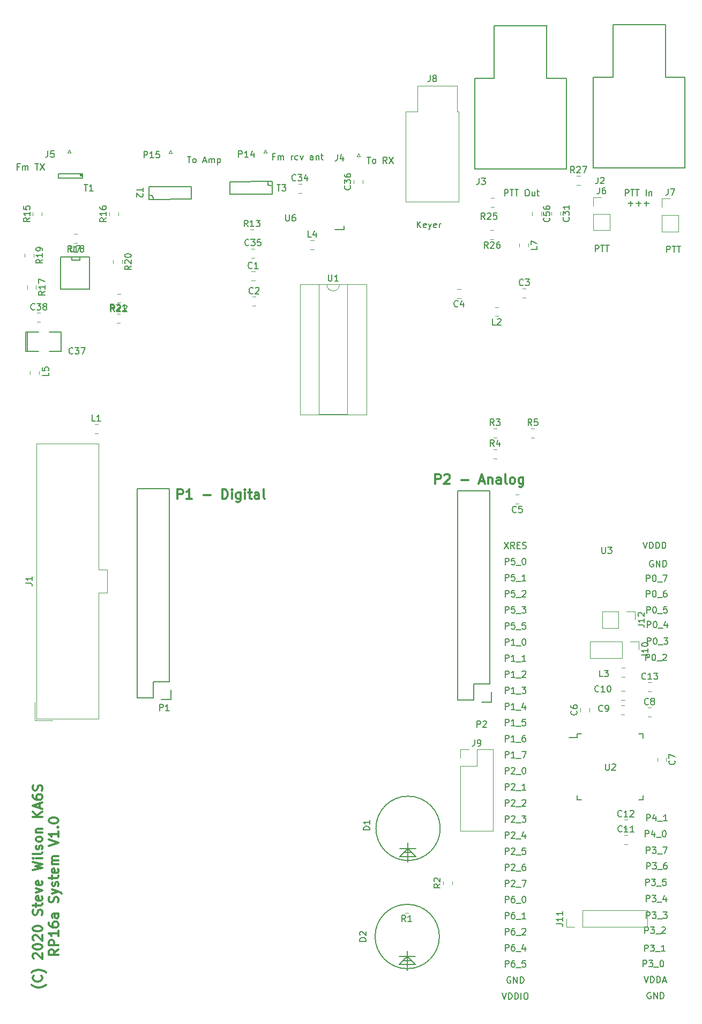
<source format=gto>
G04 #@! TF.GenerationSoftware,KiCad,Pcbnew,6.0.0-rc1-unknown-e7fa02a~66~ubuntu18.04.1*
G04 #@! TF.CreationDate,2021-05-26T18:29:17-07:00
G04 #@! TF.ProjectId,rp_adapter,72705f61-6461-4707-9465-722e6b696361,rev?*
G04 #@! TF.SameCoordinates,Original*
G04 #@! TF.FileFunction,Legend,Top*
G04 #@! TF.FilePolarity,Positive*
%FSLAX46Y46*%
G04 Gerber Fmt 4.6, Leading zero omitted, Abs format (unit mm)*
G04 Created by KiCad (PCBNEW 6.0.0-rc1-unknown-e7fa02a~66~ubuntu18.04.1) date Wed 26 May 2021 06:29:17 PM PDT*
%MOMM*%
%LPD*%
G04 APERTURE LIST*
%ADD10C,0.150000*%
%ADD11C,0.300000*%
%ADD12C,0.120000*%
G04 APERTURE END LIST*
D10*
X135233333Y-40522380D02*
X135233333Y-39522380D01*
X135614285Y-39522380D01*
X135709523Y-39570000D01*
X135757142Y-39617619D01*
X135804761Y-39712857D01*
X135804761Y-39855714D01*
X135757142Y-39950952D01*
X135709523Y-39998571D01*
X135614285Y-40046190D01*
X135233333Y-40046190D01*
X136090476Y-39522380D02*
X136661904Y-39522380D01*
X136376190Y-40522380D02*
X136376190Y-39522380D01*
X136852380Y-39522380D02*
X137423809Y-39522380D01*
X137138095Y-40522380D02*
X137138095Y-39522380D01*
X138709523Y-39522380D02*
X138900000Y-39522380D01*
X138995238Y-39570000D01*
X139090476Y-39665238D01*
X139138095Y-39855714D01*
X139138095Y-40189047D01*
X139090476Y-40379523D01*
X138995238Y-40474761D01*
X138900000Y-40522380D01*
X138709523Y-40522380D01*
X138614285Y-40474761D01*
X138519047Y-40379523D01*
X138471428Y-40189047D01*
X138471428Y-39855714D01*
X138519047Y-39665238D01*
X138614285Y-39570000D01*
X138709523Y-39522380D01*
X139995238Y-39855714D02*
X139995238Y-40522380D01*
X139566666Y-39855714D02*
X139566666Y-40379523D01*
X139614285Y-40474761D01*
X139709523Y-40522380D01*
X139852380Y-40522380D01*
X139947619Y-40474761D01*
X139995238Y-40427142D01*
X140328571Y-39855714D02*
X140709523Y-39855714D01*
X140471428Y-39522380D02*
X140471428Y-40379523D01*
X140519047Y-40474761D01*
X140614285Y-40522380D01*
X140709523Y-40522380D01*
X154308761Y-40522380D02*
X154308761Y-39522380D01*
X154689714Y-39522380D01*
X154784952Y-39570000D01*
X154832571Y-39617619D01*
X154880190Y-39712857D01*
X154880190Y-39855714D01*
X154832571Y-39950952D01*
X154784952Y-39998571D01*
X154689714Y-40046190D01*
X154308761Y-40046190D01*
X155165904Y-39522380D02*
X155737333Y-39522380D01*
X155451619Y-40522380D02*
X155451619Y-39522380D01*
X155927809Y-39522380D02*
X156499238Y-39522380D01*
X156213523Y-40522380D02*
X156213523Y-39522380D01*
X157594476Y-40522380D02*
X157594476Y-39522380D01*
X158070666Y-39855714D02*
X158070666Y-40522380D01*
X158070666Y-39950952D02*
X158118285Y-39903333D01*
X158213523Y-39855714D01*
X158356380Y-39855714D01*
X158451619Y-39903333D01*
X158499238Y-39998571D01*
X158499238Y-40522380D01*
X154784952Y-41721428D02*
X155546857Y-41721428D01*
X155165904Y-42102380D02*
X155165904Y-41340476D01*
X156023047Y-41721428D02*
X156784952Y-41721428D01*
X156404000Y-42102380D02*
X156404000Y-41340476D01*
X157261142Y-41721428D02*
X158023047Y-41721428D01*
X157642095Y-42102380D02*
X157642095Y-41340476D01*
X160855190Y-49421380D02*
X160855190Y-48421380D01*
X161236142Y-48421380D01*
X161331380Y-48469000D01*
X161379000Y-48516619D01*
X161426619Y-48611857D01*
X161426619Y-48754714D01*
X161379000Y-48849952D01*
X161331380Y-48897571D01*
X161236142Y-48945190D01*
X160855190Y-48945190D01*
X161712333Y-48421380D02*
X162283761Y-48421380D01*
X161998047Y-49421380D02*
X161998047Y-48421380D01*
X162474238Y-48421380D02*
X163045666Y-48421380D01*
X162759952Y-49421380D02*
X162759952Y-48421380D01*
X149570190Y-49326380D02*
X149570190Y-48326380D01*
X149951142Y-48326380D01*
X150046380Y-48374000D01*
X150094000Y-48421619D01*
X150141619Y-48516857D01*
X150141619Y-48659714D01*
X150094000Y-48754952D01*
X150046380Y-48802571D01*
X149951142Y-48850190D01*
X149570190Y-48850190D01*
X150427333Y-48326380D02*
X150998761Y-48326380D01*
X150713047Y-49326380D02*
X150713047Y-48326380D01*
X151189238Y-48326380D02*
X151760666Y-48326380D01*
X151474952Y-49326380D02*
X151474952Y-48326380D01*
X121450476Y-45533380D02*
X121450476Y-44533380D01*
X122021904Y-45533380D02*
X121593333Y-44961952D01*
X122021904Y-44533380D02*
X121450476Y-45104809D01*
X122831428Y-45485761D02*
X122736190Y-45533380D01*
X122545714Y-45533380D01*
X122450476Y-45485761D01*
X122402857Y-45390523D01*
X122402857Y-45009571D01*
X122450476Y-44914333D01*
X122545714Y-44866714D01*
X122736190Y-44866714D01*
X122831428Y-44914333D01*
X122879047Y-45009571D01*
X122879047Y-45104809D01*
X122402857Y-45200047D01*
X123212380Y-44866714D02*
X123450476Y-45533380D01*
X123688571Y-44866714D02*
X123450476Y-45533380D01*
X123355238Y-45771476D01*
X123307619Y-45819095D01*
X123212380Y-45866714D01*
X124450476Y-45485761D02*
X124355238Y-45533380D01*
X124164761Y-45533380D01*
X124069523Y-45485761D01*
X124021904Y-45390523D01*
X124021904Y-45009571D01*
X124069523Y-44914333D01*
X124164761Y-44866714D01*
X124355238Y-44866714D01*
X124450476Y-44914333D01*
X124498095Y-45009571D01*
X124498095Y-45104809D01*
X124021904Y-45200047D01*
X124926666Y-45533380D02*
X124926666Y-44866714D01*
X124926666Y-45057190D02*
X124974285Y-44961952D01*
X125021904Y-44914333D01*
X125117142Y-44866714D01*
X125212380Y-44866714D01*
X113517761Y-34387380D02*
X114089190Y-34387380D01*
X113803476Y-35387380D02*
X113803476Y-34387380D01*
X114565380Y-35387380D02*
X114470142Y-35339761D01*
X114422523Y-35292142D01*
X114374904Y-35196904D01*
X114374904Y-34911190D01*
X114422523Y-34815952D01*
X114470142Y-34768333D01*
X114565380Y-34720714D01*
X114708238Y-34720714D01*
X114803476Y-34768333D01*
X114851095Y-34815952D01*
X114898714Y-34911190D01*
X114898714Y-35196904D01*
X114851095Y-35292142D01*
X114803476Y-35339761D01*
X114708238Y-35387380D01*
X114565380Y-35387380D01*
X116660619Y-35387380D02*
X116327285Y-34911190D01*
X116089190Y-35387380D02*
X116089190Y-34387380D01*
X116470142Y-34387380D01*
X116565380Y-34435000D01*
X116613000Y-34482619D01*
X116660619Y-34577857D01*
X116660619Y-34720714D01*
X116613000Y-34815952D01*
X116565380Y-34863571D01*
X116470142Y-34911190D01*
X116089190Y-34911190D01*
X116993952Y-34387380D02*
X117660619Y-35387380D01*
X117660619Y-34387380D02*
X116993952Y-35387380D01*
X98931761Y-34294571D02*
X98598428Y-34294571D01*
X98598428Y-34818380D02*
X98598428Y-33818380D01*
X99074619Y-33818380D01*
X99455571Y-34818380D02*
X99455571Y-34151714D01*
X99455571Y-34246952D02*
X99503190Y-34199333D01*
X99598428Y-34151714D01*
X99741285Y-34151714D01*
X99836523Y-34199333D01*
X99884142Y-34294571D01*
X99884142Y-34818380D01*
X99884142Y-34294571D02*
X99931761Y-34199333D01*
X100027000Y-34151714D01*
X100169857Y-34151714D01*
X100265095Y-34199333D01*
X100312714Y-34294571D01*
X100312714Y-34818380D01*
X101550809Y-34818380D02*
X101550809Y-34151714D01*
X101550809Y-34342190D02*
X101598428Y-34246952D01*
X101646047Y-34199333D01*
X101741285Y-34151714D01*
X101836523Y-34151714D01*
X102598428Y-34770761D02*
X102503190Y-34818380D01*
X102312714Y-34818380D01*
X102217476Y-34770761D01*
X102169857Y-34723142D01*
X102122238Y-34627904D01*
X102122238Y-34342190D01*
X102169857Y-34246952D01*
X102217476Y-34199333D01*
X102312714Y-34151714D01*
X102503190Y-34151714D01*
X102598428Y-34199333D01*
X102931761Y-34151714D02*
X103169857Y-34818380D01*
X103407952Y-34151714D01*
X104979380Y-34818380D02*
X104979380Y-34294571D01*
X104931761Y-34199333D01*
X104836523Y-34151714D01*
X104646047Y-34151714D01*
X104550809Y-34199333D01*
X104979380Y-34770761D02*
X104884142Y-34818380D01*
X104646047Y-34818380D01*
X104550809Y-34770761D01*
X104503190Y-34675523D01*
X104503190Y-34580285D01*
X104550809Y-34485047D01*
X104646047Y-34437428D01*
X104884142Y-34437428D01*
X104979380Y-34389809D01*
X105455571Y-34151714D02*
X105455571Y-34818380D01*
X105455571Y-34246952D02*
X105503190Y-34199333D01*
X105598428Y-34151714D01*
X105741285Y-34151714D01*
X105836523Y-34199333D01*
X105884142Y-34294571D01*
X105884142Y-34818380D01*
X106217476Y-34151714D02*
X106598428Y-34151714D01*
X106360333Y-33818380D02*
X106360333Y-34675523D01*
X106407952Y-34770761D01*
X106503190Y-34818380D01*
X106598428Y-34818380D01*
X85112333Y-34292380D02*
X85683761Y-34292380D01*
X85398047Y-35292380D02*
X85398047Y-34292380D01*
X86159952Y-35292380D02*
X86064714Y-35244761D01*
X86017095Y-35197142D01*
X85969476Y-35101904D01*
X85969476Y-34816190D01*
X86017095Y-34720952D01*
X86064714Y-34673333D01*
X86159952Y-34625714D01*
X86302809Y-34625714D01*
X86398047Y-34673333D01*
X86445666Y-34720952D01*
X86493285Y-34816190D01*
X86493285Y-35101904D01*
X86445666Y-35197142D01*
X86398047Y-35244761D01*
X86302809Y-35292380D01*
X86159952Y-35292380D01*
X87636142Y-35006666D02*
X88112333Y-35006666D01*
X87540904Y-35292380D02*
X87874238Y-34292380D01*
X88207571Y-35292380D01*
X88540904Y-35292380D02*
X88540904Y-34625714D01*
X88540904Y-34720952D02*
X88588523Y-34673333D01*
X88683761Y-34625714D01*
X88826619Y-34625714D01*
X88921857Y-34673333D01*
X88969476Y-34768571D01*
X88969476Y-35292380D01*
X88969476Y-34768571D02*
X89017095Y-34673333D01*
X89112333Y-34625714D01*
X89255190Y-34625714D01*
X89350428Y-34673333D01*
X89398047Y-34768571D01*
X89398047Y-35292380D01*
X89874238Y-34625714D02*
X89874238Y-35625714D01*
X89874238Y-34673333D02*
X89969476Y-34625714D01*
X90159952Y-34625714D01*
X90255190Y-34673333D01*
X90302809Y-34720952D01*
X90350428Y-34816190D01*
X90350428Y-35101904D01*
X90302809Y-35197142D01*
X90255190Y-35244761D01*
X90159952Y-35292380D01*
X89969476Y-35292380D01*
X89874238Y-35244761D01*
X58570095Y-35906571D02*
X58236761Y-35906571D01*
X58236761Y-36430380D02*
X58236761Y-35430380D01*
X58712952Y-35430380D01*
X59093904Y-36430380D02*
X59093904Y-35763714D01*
X59093904Y-35858952D02*
X59141523Y-35811333D01*
X59236761Y-35763714D01*
X59379619Y-35763714D01*
X59474857Y-35811333D01*
X59522476Y-35906571D01*
X59522476Y-36430380D01*
X59522476Y-35906571D02*
X59570095Y-35811333D01*
X59665333Y-35763714D01*
X59808190Y-35763714D01*
X59903428Y-35811333D01*
X59951047Y-35906571D01*
X59951047Y-36430380D01*
X61046285Y-35430380D02*
X61617714Y-35430380D01*
X61332000Y-36430380D02*
X61332000Y-35430380D01*
X61855809Y-35430380D02*
X62522476Y-36430380D01*
X62522476Y-35430380D02*
X61855809Y-36430380D01*
D11*
X124306428Y-85943571D02*
X124306428Y-84443571D01*
X124877857Y-84443571D01*
X125020714Y-84515000D01*
X125092142Y-84586428D01*
X125163571Y-84729285D01*
X125163571Y-84943571D01*
X125092142Y-85086428D01*
X125020714Y-85157857D01*
X124877857Y-85229285D01*
X124306428Y-85229285D01*
X125735000Y-84586428D02*
X125806428Y-84515000D01*
X125949285Y-84443571D01*
X126306428Y-84443571D01*
X126449285Y-84515000D01*
X126520714Y-84586428D01*
X126592142Y-84729285D01*
X126592142Y-84872142D01*
X126520714Y-85086428D01*
X125663571Y-85943571D01*
X126592142Y-85943571D01*
X128377857Y-85372142D02*
X129520714Y-85372142D01*
X131306428Y-85515000D02*
X132020714Y-85515000D01*
X131163571Y-85943571D02*
X131663571Y-84443571D01*
X132163571Y-85943571D01*
X132663571Y-84943571D02*
X132663571Y-85943571D01*
X132663571Y-85086428D02*
X132735000Y-85015000D01*
X132877857Y-84943571D01*
X133092142Y-84943571D01*
X133235000Y-85015000D01*
X133306428Y-85157857D01*
X133306428Y-85943571D01*
X134663571Y-85943571D02*
X134663571Y-85157857D01*
X134592142Y-85015000D01*
X134449285Y-84943571D01*
X134163571Y-84943571D01*
X134020714Y-85015000D01*
X134663571Y-85872142D02*
X134520714Y-85943571D01*
X134163571Y-85943571D01*
X134020714Y-85872142D01*
X133949285Y-85729285D01*
X133949285Y-85586428D01*
X134020714Y-85443571D01*
X134163571Y-85372142D01*
X134520714Y-85372142D01*
X134663571Y-85300714D01*
X135592142Y-85943571D02*
X135449285Y-85872142D01*
X135377857Y-85729285D01*
X135377857Y-84443571D01*
X136377857Y-85943571D02*
X136235000Y-85872142D01*
X136163571Y-85800714D01*
X136092142Y-85657857D01*
X136092142Y-85229285D01*
X136163571Y-85086428D01*
X136235000Y-85015000D01*
X136377857Y-84943571D01*
X136592142Y-84943571D01*
X136735000Y-85015000D01*
X136806428Y-85086428D01*
X136877857Y-85229285D01*
X136877857Y-85657857D01*
X136806428Y-85800714D01*
X136735000Y-85872142D01*
X136592142Y-85943571D01*
X136377857Y-85943571D01*
X138163571Y-84943571D02*
X138163571Y-86157857D01*
X138092142Y-86300714D01*
X138020714Y-86372142D01*
X137877857Y-86443571D01*
X137663571Y-86443571D01*
X137520714Y-86372142D01*
X138163571Y-85872142D02*
X138020714Y-85943571D01*
X137735000Y-85943571D01*
X137592142Y-85872142D01*
X137520714Y-85800714D01*
X137449285Y-85657857D01*
X137449285Y-85229285D01*
X137520714Y-85086428D01*
X137592142Y-85015000D01*
X137735000Y-84943571D01*
X138020714Y-84943571D01*
X138163571Y-85015000D01*
X83583571Y-88333571D02*
X83583571Y-86833571D01*
X84155000Y-86833571D01*
X84297857Y-86905000D01*
X84369285Y-86976428D01*
X84440714Y-87119285D01*
X84440714Y-87333571D01*
X84369285Y-87476428D01*
X84297857Y-87547857D01*
X84155000Y-87619285D01*
X83583571Y-87619285D01*
X85869285Y-88333571D02*
X85012142Y-88333571D01*
X85440714Y-88333571D02*
X85440714Y-86833571D01*
X85297857Y-87047857D01*
X85155000Y-87190714D01*
X85012142Y-87262142D01*
X87655000Y-87762142D02*
X88797857Y-87762142D01*
X90655000Y-88333571D02*
X90655000Y-86833571D01*
X91012142Y-86833571D01*
X91226428Y-86905000D01*
X91369285Y-87047857D01*
X91440714Y-87190714D01*
X91512142Y-87476428D01*
X91512142Y-87690714D01*
X91440714Y-87976428D01*
X91369285Y-88119285D01*
X91226428Y-88262142D01*
X91012142Y-88333571D01*
X90655000Y-88333571D01*
X92155000Y-88333571D02*
X92155000Y-87333571D01*
X92155000Y-86833571D02*
X92083571Y-86905000D01*
X92155000Y-86976428D01*
X92226428Y-86905000D01*
X92155000Y-86833571D01*
X92155000Y-86976428D01*
X93512142Y-87333571D02*
X93512142Y-88547857D01*
X93440714Y-88690714D01*
X93369285Y-88762142D01*
X93226428Y-88833571D01*
X93012142Y-88833571D01*
X92869285Y-88762142D01*
X93512142Y-88262142D02*
X93369285Y-88333571D01*
X93083571Y-88333571D01*
X92940714Y-88262142D01*
X92869285Y-88190714D01*
X92797857Y-88047857D01*
X92797857Y-87619285D01*
X92869285Y-87476428D01*
X92940714Y-87405000D01*
X93083571Y-87333571D01*
X93369285Y-87333571D01*
X93512142Y-87405000D01*
X94226428Y-88333571D02*
X94226428Y-87333571D01*
X94226428Y-86833571D02*
X94155000Y-86905000D01*
X94226428Y-86976428D01*
X94297857Y-86905000D01*
X94226428Y-86833571D01*
X94226428Y-86976428D01*
X94726428Y-87333571D02*
X95297857Y-87333571D01*
X94940714Y-86833571D02*
X94940714Y-88119285D01*
X95012142Y-88262142D01*
X95155000Y-88333571D01*
X95297857Y-88333571D01*
X96440714Y-88333571D02*
X96440714Y-87547857D01*
X96369285Y-87405000D01*
X96226428Y-87333571D01*
X95940714Y-87333571D01*
X95797857Y-87405000D01*
X96440714Y-88262142D02*
X96297857Y-88333571D01*
X95940714Y-88333571D01*
X95797857Y-88262142D01*
X95726428Y-88119285D01*
X95726428Y-87976428D01*
X95797857Y-87833571D01*
X95940714Y-87762142D01*
X96297857Y-87762142D01*
X96440714Y-87690714D01*
X97369285Y-88333571D02*
X97226428Y-88262142D01*
X97155000Y-88119285D01*
X97155000Y-86833571D01*
X62776000Y-165028000D02*
X62704571Y-165099428D01*
X62490285Y-165242285D01*
X62347428Y-165313714D01*
X62133142Y-165385142D01*
X61776000Y-165456571D01*
X61490285Y-165456571D01*
X61133142Y-165385142D01*
X60918857Y-165313714D01*
X60776000Y-165242285D01*
X60561714Y-165099428D01*
X60490285Y-165028000D01*
X62061714Y-163599428D02*
X62133142Y-163670857D01*
X62204571Y-163885142D01*
X62204571Y-164028000D01*
X62133142Y-164242285D01*
X61990285Y-164385142D01*
X61847428Y-164456571D01*
X61561714Y-164528000D01*
X61347428Y-164528000D01*
X61061714Y-164456571D01*
X60918857Y-164385142D01*
X60776000Y-164242285D01*
X60704571Y-164028000D01*
X60704571Y-163885142D01*
X60776000Y-163670857D01*
X60847428Y-163599428D01*
X62776000Y-163099428D02*
X62704571Y-163028000D01*
X62490285Y-162885142D01*
X62347428Y-162813714D01*
X62133142Y-162742285D01*
X61776000Y-162670857D01*
X61490285Y-162670857D01*
X61133142Y-162742285D01*
X60918857Y-162813714D01*
X60776000Y-162885142D01*
X60561714Y-163028000D01*
X60490285Y-163099428D01*
X60847428Y-160885142D02*
X60776000Y-160813714D01*
X60704571Y-160670857D01*
X60704571Y-160313714D01*
X60776000Y-160170857D01*
X60847428Y-160099428D01*
X60990285Y-160028000D01*
X61133142Y-160028000D01*
X61347428Y-160099428D01*
X62204571Y-160956571D01*
X62204571Y-160028000D01*
X60704571Y-159099428D02*
X60704571Y-158956571D01*
X60776000Y-158813714D01*
X60847428Y-158742285D01*
X60990285Y-158670857D01*
X61276000Y-158599428D01*
X61633142Y-158599428D01*
X61918857Y-158670857D01*
X62061714Y-158742285D01*
X62133142Y-158813714D01*
X62204571Y-158956571D01*
X62204571Y-159099428D01*
X62133142Y-159242285D01*
X62061714Y-159313714D01*
X61918857Y-159385142D01*
X61633142Y-159456571D01*
X61276000Y-159456571D01*
X60990285Y-159385142D01*
X60847428Y-159313714D01*
X60776000Y-159242285D01*
X60704571Y-159099428D01*
X60847428Y-158028000D02*
X60776000Y-157956571D01*
X60704571Y-157813714D01*
X60704571Y-157456571D01*
X60776000Y-157313714D01*
X60847428Y-157242285D01*
X60990285Y-157170857D01*
X61133142Y-157170857D01*
X61347428Y-157242285D01*
X62204571Y-158099428D01*
X62204571Y-157170857D01*
X60704571Y-156242285D02*
X60704571Y-156099428D01*
X60776000Y-155956571D01*
X60847428Y-155885142D01*
X60990285Y-155813714D01*
X61276000Y-155742285D01*
X61633142Y-155742285D01*
X61918857Y-155813714D01*
X62061714Y-155885142D01*
X62133142Y-155956571D01*
X62204571Y-156099428D01*
X62204571Y-156242285D01*
X62133142Y-156385142D01*
X62061714Y-156456571D01*
X61918857Y-156528000D01*
X61633142Y-156599428D01*
X61276000Y-156599428D01*
X60990285Y-156528000D01*
X60847428Y-156456571D01*
X60776000Y-156385142D01*
X60704571Y-156242285D01*
X62133142Y-154028000D02*
X62204571Y-153813714D01*
X62204571Y-153456571D01*
X62133142Y-153313714D01*
X62061714Y-153242285D01*
X61918857Y-153170857D01*
X61776000Y-153170857D01*
X61633142Y-153242285D01*
X61561714Y-153313714D01*
X61490285Y-153456571D01*
X61418857Y-153742285D01*
X61347428Y-153885142D01*
X61276000Y-153956571D01*
X61133142Y-154028000D01*
X60990285Y-154028000D01*
X60847428Y-153956571D01*
X60776000Y-153885142D01*
X60704571Y-153742285D01*
X60704571Y-153385142D01*
X60776000Y-153170857D01*
X61204571Y-152742285D02*
X61204571Y-152170857D01*
X60704571Y-152528000D02*
X61990285Y-152528000D01*
X62133142Y-152456571D01*
X62204571Y-152313714D01*
X62204571Y-152170857D01*
X62133142Y-151099428D02*
X62204571Y-151242285D01*
X62204571Y-151528000D01*
X62133142Y-151670857D01*
X61990285Y-151742285D01*
X61418857Y-151742285D01*
X61276000Y-151670857D01*
X61204571Y-151528000D01*
X61204571Y-151242285D01*
X61276000Y-151099428D01*
X61418857Y-151028000D01*
X61561714Y-151028000D01*
X61704571Y-151742285D01*
X61204571Y-150528000D02*
X62204571Y-150170857D01*
X61204571Y-149813714D01*
X62133142Y-148670857D02*
X62204571Y-148813714D01*
X62204571Y-149099428D01*
X62133142Y-149242285D01*
X61990285Y-149313714D01*
X61418857Y-149313714D01*
X61276000Y-149242285D01*
X61204571Y-149099428D01*
X61204571Y-148813714D01*
X61276000Y-148670857D01*
X61418857Y-148599428D01*
X61561714Y-148599428D01*
X61704571Y-149313714D01*
X60704571Y-146956571D02*
X62204571Y-146599428D01*
X61133142Y-146313714D01*
X62204571Y-146028000D01*
X60704571Y-145670857D01*
X62204571Y-145099428D02*
X61204571Y-145099428D01*
X60704571Y-145099428D02*
X60776000Y-145170857D01*
X60847428Y-145099428D01*
X60776000Y-145028000D01*
X60704571Y-145099428D01*
X60847428Y-145099428D01*
X62204571Y-144170857D02*
X62133142Y-144313714D01*
X61990285Y-144385142D01*
X60704571Y-144385142D01*
X62133142Y-143670857D02*
X62204571Y-143528000D01*
X62204571Y-143242285D01*
X62133142Y-143099428D01*
X61990285Y-143028000D01*
X61918857Y-143028000D01*
X61776000Y-143099428D01*
X61704571Y-143242285D01*
X61704571Y-143456571D01*
X61633142Y-143599428D01*
X61490285Y-143670857D01*
X61418857Y-143670857D01*
X61276000Y-143599428D01*
X61204571Y-143456571D01*
X61204571Y-143242285D01*
X61276000Y-143099428D01*
X62204571Y-142170857D02*
X62133142Y-142313714D01*
X62061714Y-142385142D01*
X61918857Y-142456571D01*
X61490285Y-142456571D01*
X61347428Y-142385142D01*
X61276000Y-142313714D01*
X61204571Y-142170857D01*
X61204571Y-141956571D01*
X61276000Y-141813714D01*
X61347428Y-141742285D01*
X61490285Y-141670857D01*
X61918857Y-141670857D01*
X62061714Y-141742285D01*
X62133142Y-141813714D01*
X62204571Y-141956571D01*
X62204571Y-142170857D01*
X61204571Y-141028000D02*
X62204571Y-141028000D01*
X61347428Y-141028000D02*
X61276000Y-140956571D01*
X61204571Y-140813714D01*
X61204571Y-140599428D01*
X61276000Y-140456571D01*
X61418857Y-140385142D01*
X62204571Y-140385142D01*
X62204571Y-138528000D02*
X60704571Y-138528000D01*
X62204571Y-137670857D02*
X61347428Y-138313714D01*
X60704571Y-137670857D02*
X61561714Y-138528000D01*
X61776000Y-137099428D02*
X61776000Y-136385142D01*
X62204571Y-137242285D02*
X60704571Y-136742285D01*
X62204571Y-136242285D01*
X60704571Y-135099428D02*
X60704571Y-135385142D01*
X60776000Y-135528000D01*
X60847428Y-135599428D01*
X61061714Y-135742285D01*
X61347428Y-135813714D01*
X61918857Y-135813714D01*
X62061714Y-135742285D01*
X62133142Y-135670857D01*
X62204571Y-135528000D01*
X62204571Y-135242285D01*
X62133142Y-135099428D01*
X62061714Y-135028000D01*
X61918857Y-134956571D01*
X61561714Y-134956571D01*
X61418857Y-135028000D01*
X61347428Y-135099428D01*
X61276000Y-135242285D01*
X61276000Y-135528000D01*
X61347428Y-135670857D01*
X61418857Y-135742285D01*
X61561714Y-135813714D01*
X62133142Y-134385142D02*
X62204571Y-134170857D01*
X62204571Y-133813714D01*
X62133142Y-133670857D01*
X62061714Y-133599428D01*
X61918857Y-133528000D01*
X61776000Y-133528000D01*
X61633142Y-133599428D01*
X61561714Y-133670857D01*
X61490285Y-133813714D01*
X61418857Y-134099428D01*
X61347428Y-134242285D01*
X61276000Y-134313714D01*
X61133142Y-134385142D01*
X60990285Y-134385142D01*
X60847428Y-134313714D01*
X60776000Y-134242285D01*
X60704571Y-134099428D01*
X60704571Y-133742285D01*
X60776000Y-133528000D01*
X64754571Y-159456571D02*
X64040285Y-159956571D01*
X64754571Y-160313714D02*
X63254571Y-160313714D01*
X63254571Y-159742285D01*
X63326000Y-159599428D01*
X63397428Y-159528000D01*
X63540285Y-159456571D01*
X63754571Y-159456571D01*
X63897428Y-159528000D01*
X63968857Y-159599428D01*
X64040285Y-159742285D01*
X64040285Y-160313714D01*
X64754571Y-158813714D02*
X63254571Y-158813714D01*
X63254571Y-158242285D01*
X63326000Y-158099428D01*
X63397428Y-158028000D01*
X63540285Y-157956571D01*
X63754571Y-157956571D01*
X63897428Y-158028000D01*
X63968857Y-158099428D01*
X64040285Y-158242285D01*
X64040285Y-158813714D01*
X64754571Y-156528000D02*
X64754571Y-157385142D01*
X64754571Y-156956571D02*
X63254571Y-156956571D01*
X63468857Y-157099428D01*
X63611714Y-157242285D01*
X63683142Y-157385142D01*
X63254571Y-155242285D02*
X63254571Y-155528000D01*
X63326000Y-155670857D01*
X63397428Y-155742285D01*
X63611714Y-155885142D01*
X63897428Y-155956571D01*
X64468857Y-155956571D01*
X64611714Y-155885142D01*
X64683142Y-155813714D01*
X64754571Y-155670857D01*
X64754571Y-155385142D01*
X64683142Y-155242285D01*
X64611714Y-155170857D01*
X64468857Y-155099428D01*
X64111714Y-155099428D01*
X63968857Y-155170857D01*
X63897428Y-155242285D01*
X63826000Y-155385142D01*
X63826000Y-155670857D01*
X63897428Y-155813714D01*
X63968857Y-155885142D01*
X64111714Y-155956571D01*
X64754571Y-153813714D02*
X63968857Y-153813714D01*
X63826000Y-153885142D01*
X63754571Y-154028000D01*
X63754571Y-154313714D01*
X63826000Y-154456571D01*
X64683142Y-153813714D02*
X64754571Y-153956571D01*
X64754571Y-154313714D01*
X64683142Y-154456571D01*
X64540285Y-154528000D01*
X64397428Y-154528000D01*
X64254571Y-154456571D01*
X64183142Y-154313714D01*
X64183142Y-153956571D01*
X64111714Y-153813714D01*
X64683142Y-152028000D02*
X64754571Y-151813714D01*
X64754571Y-151456571D01*
X64683142Y-151313714D01*
X64611714Y-151242285D01*
X64468857Y-151170857D01*
X64326000Y-151170857D01*
X64183142Y-151242285D01*
X64111714Y-151313714D01*
X64040285Y-151456571D01*
X63968857Y-151742285D01*
X63897428Y-151885142D01*
X63826000Y-151956571D01*
X63683142Y-152028000D01*
X63540285Y-152028000D01*
X63397428Y-151956571D01*
X63326000Y-151885142D01*
X63254571Y-151742285D01*
X63254571Y-151385142D01*
X63326000Y-151170857D01*
X63754571Y-150670857D02*
X64754571Y-150313714D01*
X63754571Y-149956571D02*
X64754571Y-150313714D01*
X65111714Y-150456571D01*
X65183142Y-150528000D01*
X65254571Y-150670857D01*
X64683142Y-149456571D02*
X64754571Y-149313714D01*
X64754571Y-149028000D01*
X64683142Y-148885142D01*
X64540285Y-148813714D01*
X64468857Y-148813714D01*
X64326000Y-148885142D01*
X64254571Y-149028000D01*
X64254571Y-149242285D01*
X64183142Y-149385142D01*
X64040285Y-149456571D01*
X63968857Y-149456571D01*
X63826000Y-149385142D01*
X63754571Y-149242285D01*
X63754571Y-149028000D01*
X63826000Y-148885142D01*
X63754571Y-148385142D02*
X63754571Y-147813714D01*
X63254571Y-148170857D02*
X64540285Y-148170857D01*
X64683142Y-148099428D01*
X64754571Y-147956571D01*
X64754571Y-147813714D01*
X64683142Y-146742285D02*
X64754571Y-146885142D01*
X64754571Y-147170857D01*
X64683142Y-147313714D01*
X64540285Y-147385142D01*
X63968857Y-147385142D01*
X63826000Y-147313714D01*
X63754571Y-147170857D01*
X63754571Y-146885142D01*
X63826000Y-146742285D01*
X63968857Y-146670857D01*
X64111714Y-146670857D01*
X64254571Y-147385142D01*
X64754571Y-146028000D02*
X63754571Y-146028000D01*
X63897428Y-146028000D02*
X63826000Y-145956571D01*
X63754571Y-145813714D01*
X63754571Y-145599428D01*
X63826000Y-145456571D01*
X63968857Y-145385142D01*
X64754571Y-145385142D01*
X63968857Y-145385142D02*
X63826000Y-145313714D01*
X63754571Y-145170857D01*
X63754571Y-144956571D01*
X63826000Y-144813714D01*
X63968857Y-144742285D01*
X64754571Y-144742285D01*
X63254571Y-143099428D02*
X64754571Y-142599428D01*
X63254571Y-142099428D01*
X64754571Y-140813714D02*
X64754571Y-141670857D01*
X64754571Y-141242285D02*
X63254571Y-141242285D01*
X63468857Y-141385142D01*
X63611714Y-141528000D01*
X63683142Y-141670857D01*
X64611714Y-140170857D02*
X64683142Y-140099428D01*
X64754571Y-140170857D01*
X64683142Y-140242285D01*
X64611714Y-140170857D01*
X64754571Y-140170857D01*
X63254571Y-139170857D02*
X63254571Y-139028000D01*
X63326000Y-138885142D01*
X63397428Y-138813714D01*
X63540285Y-138742285D01*
X63826000Y-138670857D01*
X64183142Y-138670857D01*
X64468857Y-138742285D01*
X64611714Y-138813714D01*
X64683142Y-138885142D01*
X64754571Y-139028000D01*
X64754571Y-139170857D01*
X64683142Y-139313714D01*
X64611714Y-139385142D01*
X64468857Y-139456571D01*
X64183142Y-139528000D01*
X63826000Y-139528000D01*
X63540285Y-139456571D01*
X63397428Y-139385142D01*
X63326000Y-139313714D01*
X63254571Y-139170857D01*
D12*
X157920748Y-118724000D02*
X158443252Y-118724000D01*
X157920748Y-117304000D02*
X158443252Y-117304000D01*
D10*
X146728000Y-125466000D02*
X146728000Y-126041000D01*
X157078000Y-125466000D02*
X157078000Y-126141000D01*
X157078000Y-135816000D02*
X157078000Y-135141000D01*
X146728000Y-135816000D02*
X146728000Y-135141000D01*
X146728000Y-125466000D02*
X147403000Y-125466000D01*
X146728000Y-135816000D02*
X147403000Y-135816000D01*
X157078000Y-135816000D02*
X156403000Y-135816000D01*
X157078000Y-125466000D02*
X156403000Y-125466000D01*
X146728000Y-126041000D02*
X145453000Y-126041000D01*
X127802000Y-120108000D02*
X127802000Y-87088000D01*
X132882000Y-117568000D02*
X132882000Y-87088000D01*
X127802000Y-87088000D02*
X132882000Y-87088000D01*
X127802000Y-120108000D02*
X130342000Y-120108000D01*
X131612000Y-120388000D02*
X133162000Y-120388000D01*
X130342000Y-120108000D02*
X130342000Y-117568000D01*
X130342000Y-117568000D02*
X132882000Y-117568000D01*
X133162000Y-120388000D02*
X133162000Y-118838000D01*
X77207900Y-119730000D02*
X77207900Y-86710000D01*
X82287900Y-117190000D02*
X82287900Y-86710000D01*
X77207900Y-86710000D02*
X82287900Y-86710000D01*
X77207900Y-119730000D02*
X79747900Y-119730000D01*
X81017900Y-120010000D02*
X82567900Y-120010000D01*
X79747900Y-119730000D02*
X79747900Y-117190000D01*
X79747900Y-117190000D02*
X82287900Y-117190000D01*
X82567900Y-120010000D02*
X82567900Y-118460000D01*
X108466020Y-45843600D02*
X109847780Y-45843600D01*
X109847780Y-45843600D02*
X109837620Y-45254320D01*
X59618000Y-61997000D02*
X59618000Y-65045000D01*
X63301000Y-65045000D02*
X65206000Y-65045000D01*
X65206000Y-65045000D02*
X65206000Y-61997000D01*
X65206000Y-61997000D02*
X63301000Y-61997000D01*
X61650000Y-61997000D02*
X59618000Y-61997000D01*
X59818000Y-61997000D02*
X59818000Y-65045000D01*
X59618000Y-65045000D02*
X61650000Y-65045000D01*
X79159000Y-41061000D02*
X85709000Y-41021000D01*
X85709000Y-41021000D02*
X85709000Y-39081000D01*
X85709000Y-39081000D02*
X79039000Y-39041000D01*
X79039000Y-39041000D02*
X79079000Y-41101000D01*
X79079000Y-41101000D02*
X79729000Y-41061000D01*
X79729000Y-41061000D02*
X79689000Y-40491000D01*
X79689000Y-40491000D02*
X79189000Y-40451000D01*
X79189000Y-40451000D02*
X79269000Y-40451000D01*
X68355000Y-37093000D02*
X68355000Y-37393000D01*
X68355000Y-37393000D02*
X68255000Y-37393000D01*
X68255000Y-37143000D02*
X68255000Y-37393000D01*
X68255000Y-37393000D02*
X68455000Y-37393000D01*
X68455000Y-37393000D02*
X68405000Y-37193000D01*
X68540000Y-37063000D02*
X64730000Y-37063000D01*
X64730000Y-37063000D02*
X64730000Y-37698000D01*
X64730000Y-37698000D02*
X68540000Y-37698000D01*
X68540000Y-37698000D02*
X68540000Y-37063000D01*
X69666000Y-50170000D02*
X69666000Y-55250000D01*
X69666000Y-55250000D02*
X65094000Y-55250000D01*
X65094000Y-55250000D02*
X65094000Y-50170000D01*
X65094000Y-50170000D02*
X69666000Y-50170000D01*
X68142000Y-50170000D02*
X68142000Y-50678000D01*
X68142000Y-50678000D02*
X66872000Y-50678000D01*
X66872000Y-50678000D02*
X66872000Y-50170000D01*
X119990000Y-142633000D02*
X119990000Y-145681000D01*
X119990000Y-143522000D02*
X119990000Y-144792000D01*
X120625000Y-144157000D02*
X119355000Y-144157000D01*
X119990000Y-143522000D02*
X118720000Y-144792000D01*
X119990000Y-143522000D02*
X121260000Y-144792000D01*
X121260000Y-143522000D02*
X118720000Y-143522000D01*
X121260000Y-144792000D02*
X118720000Y-144792000D01*
X125070000Y-140347000D02*
G75*
G03X125070000Y-140347000I-5080000J0D01*
G01*
X119860000Y-159703000D02*
X119860000Y-162751000D01*
X119860000Y-160592000D02*
X119860000Y-161862000D01*
X120495000Y-161227000D02*
X119225000Y-161227000D01*
X119860000Y-160592000D02*
X118590000Y-161862000D01*
X119860000Y-160592000D02*
X121130000Y-161862000D01*
X121130000Y-160592000D02*
X118590000Y-160592000D01*
X121130000Y-161862000D02*
X118590000Y-161862000D01*
X124940000Y-157417000D02*
G75*
G03X124940000Y-157417000I-5080000J0D01*
G01*
X98417000Y-38259000D02*
X91867000Y-38299000D01*
X91867000Y-38299000D02*
X91867000Y-40239000D01*
X91867000Y-40239000D02*
X98537000Y-40279000D01*
X98537000Y-40279000D02*
X98497000Y-38219000D01*
X98497000Y-38219000D02*
X97847000Y-38259000D01*
X97847000Y-38259000D02*
X97887000Y-38829000D01*
X97887000Y-38829000D02*
X98387000Y-38869000D01*
X98387000Y-38869000D02*
X98307000Y-38869000D01*
D12*
X95258748Y-53890000D02*
X95781252Y-53890000D01*
X95258748Y-52470000D02*
X95781252Y-52470000D01*
X95401748Y-56462000D02*
X95924252Y-56462000D01*
X95401748Y-57882000D02*
X95924252Y-57882000D01*
X138081748Y-55151000D02*
X138604252Y-55151000D01*
X138081748Y-56571000D02*
X138604252Y-56571000D01*
X128302252Y-55234000D02*
X127779748Y-55234000D01*
X128302252Y-56654000D02*
X127779748Y-56654000D01*
X142652000Y-43015748D02*
X142652000Y-43538252D01*
X144072000Y-43015748D02*
X144072000Y-43538252D01*
X102638748Y-40057000D02*
X103161252Y-40057000D01*
X102638748Y-38637000D02*
X103161252Y-38637000D01*
X95212748Y-48867000D02*
X95735252Y-48867000D01*
X95212748Y-50287000D02*
X95735252Y-50287000D01*
X111419000Y-38534252D02*
X111419000Y-38011748D01*
X112839000Y-38534252D02*
X112839000Y-38011748D01*
X61377748Y-60422000D02*
X61900252Y-60422000D01*
X61377748Y-59002000D02*
X61900252Y-59002000D01*
X140991000Y-43085748D02*
X140991000Y-43608252D01*
X139571000Y-43085748D02*
X139571000Y-43608252D01*
X61245000Y-101317000D02*
X61245000Y-123027000D01*
X61245000Y-123027000D02*
X71065000Y-123027000D01*
X71065000Y-123027000D02*
X71065000Y-103127000D01*
X71065000Y-103127000D02*
X72465000Y-103127000D01*
X72465000Y-103127000D02*
X72465000Y-101317000D01*
X61245000Y-101317000D02*
X61245000Y-79607000D01*
X61245000Y-79607000D02*
X71065000Y-79607000D01*
X71065000Y-79607000D02*
X71065000Y-99507000D01*
X71065000Y-99507000D02*
X72465000Y-99507000D01*
X72465000Y-99507000D02*
X72465000Y-101317000D01*
X61005000Y-120417000D02*
X61005000Y-123267000D01*
X61005000Y-123267000D02*
X63855000Y-123267000D01*
D10*
X152342000Y-13519000D02*
X160692000Y-13519000D01*
X160662000Y-13499000D02*
X160662000Y-21799000D01*
X152362000Y-21799000D02*
X152362000Y-13499000D01*
X149262000Y-21799000D02*
X149262000Y-36099000D01*
X152362000Y-21799000D02*
X149262000Y-21799000D01*
X160662000Y-21799000D02*
X163762000Y-21799000D01*
X163762000Y-21799000D02*
X163762000Y-36099000D01*
X163762000Y-36099000D02*
X149262000Y-36099000D01*
X144998000Y-36234000D02*
X130498000Y-36234000D01*
X144998000Y-21934000D02*
X144998000Y-36234000D01*
X141898000Y-21934000D02*
X144998000Y-21934000D01*
X133598000Y-21934000D02*
X130498000Y-21934000D01*
X130498000Y-21934000D02*
X130498000Y-36234000D01*
X133598000Y-21934000D02*
X133598000Y-13634000D01*
X141898000Y-13634000D02*
X141898000Y-21934000D01*
X133578000Y-13654000D02*
X141928000Y-13654000D01*
D12*
X128239000Y-140728000D02*
X133439000Y-140728000D01*
X128239000Y-130508000D02*
X128239000Y-140728000D01*
X133439000Y-127908000D02*
X133439000Y-140728000D01*
X128239000Y-130508000D02*
X130839000Y-130508000D01*
X130839000Y-130508000D02*
X130839000Y-127908000D01*
X130839000Y-127908000D02*
X133439000Y-127908000D01*
X128239000Y-129238000D02*
X128239000Y-127908000D01*
X128239000Y-127908000D02*
X129569000Y-127908000D01*
X109157000Y-54515000D02*
G75*
G02X107157000Y-54515000I-1000000J0D01*
G01*
X107157000Y-54515000D02*
X105907000Y-54515000D01*
X105907000Y-54515000D02*
X105907000Y-74955000D01*
X105907000Y-74955000D02*
X110407000Y-74955000D01*
X110407000Y-74955000D02*
X110407000Y-54515000D01*
X110407000Y-54515000D02*
X109157000Y-54515000D01*
X102907000Y-54455000D02*
X102907000Y-75015000D01*
X102907000Y-75015000D02*
X113407000Y-75015000D01*
X113407000Y-75015000D02*
X113407000Y-54455000D01*
X113407000Y-54455000D02*
X102907000Y-54455000D01*
X149224000Y-45943000D02*
X151884000Y-45943000D01*
X149224000Y-43343000D02*
X149224000Y-45943000D01*
X151884000Y-43343000D02*
X151884000Y-45943000D01*
X149224000Y-43343000D02*
X151884000Y-43343000D01*
X149224000Y-42073000D02*
X149224000Y-40743000D01*
X149224000Y-40743000D02*
X150554000Y-40743000D01*
X160063000Y-40965000D02*
X161393000Y-40965000D01*
X160063000Y-42295000D02*
X160063000Y-40965000D01*
X160063000Y-43565000D02*
X162723000Y-43565000D01*
X162723000Y-43565000D02*
X162723000Y-46165000D01*
X160063000Y-43565000D02*
X160063000Y-46165000D01*
X160063000Y-46165000D02*
X162723000Y-46165000D01*
X121493000Y-27172000D02*
X121493000Y-23172000D01*
X119593000Y-27172000D02*
X121493000Y-27172000D01*
X119593000Y-41412000D02*
X119593000Y-27172000D01*
X128033000Y-41412000D02*
X119593000Y-41412000D01*
X128033000Y-27172000D02*
X128033000Y-41412000D01*
X127733000Y-27172000D02*
X128033000Y-27172000D01*
X127733000Y-23172000D02*
X127733000Y-27172000D01*
X121493000Y-23172000D02*
X127733000Y-23172000D01*
X70465748Y-76571000D02*
X70988252Y-76571000D01*
X70465748Y-77991000D02*
X70988252Y-77991000D01*
X134236252Y-59496000D02*
X133713748Y-59496000D01*
X134236252Y-58076000D02*
X133713748Y-58076000D01*
X104576748Y-47517000D02*
X105099252Y-47517000D01*
X104576748Y-48937000D02*
X105099252Y-48937000D01*
X60266000Y-68172748D02*
X60266000Y-68695252D01*
X61686000Y-68172748D02*
X61686000Y-68695252D01*
X112402000Y-34282000D02*
X112152000Y-33782000D01*
X111902000Y-34282000D02*
X112402000Y-34282000D01*
X112152000Y-33782000D02*
X111902000Y-34282000D01*
X66424000Y-33192000D02*
X66174000Y-33692000D01*
X66174000Y-33692000D02*
X66674000Y-33692000D01*
X66674000Y-33692000D02*
X66424000Y-33192000D01*
X97696000Y-33716000D02*
X97446000Y-33216000D01*
X97196000Y-33716000D02*
X97696000Y-33716000D01*
X97446000Y-33216000D02*
X97196000Y-33716000D01*
X82481000Y-33308000D02*
X82231000Y-33808000D01*
X82231000Y-33808000D02*
X82731000Y-33808000D01*
X82731000Y-33808000D02*
X82481000Y-33308000D01*
X120021252Y-152267000D02*
X119498748Y-152267000D01*
X120021252Y-153687000D02*
X119498748Y-153687000D01*
X125551000Y-149219252D02*
X125551000Y-148696748D01*
X126971000Y-149219252D02*
X126971000Y-148696748D01*
X133491748Y-78659000D02*
X134014252Y-78659000D01*
X133491748Y-77239000D02*
X134014252Y-77239000D01*
X133491748Y-80529000D02*
X134014252Y-80529000D01*
X133491748Y-81949000D02*
X134014252Y-81949000D01*
X139441748Y-77239000D02*
X139964252Y-77239000D01*
X139441748Y-78659000D02*
X139964252Y-78659000D01*
X95063748Y-47269000D02*
X95586252Y-47269000D01*
X95063748Y-45849000D02*
X95586252Y-45849000D01*
X60722000Y-43620252D02*
X60722000Y-43097748D01*
X62142000Y-43620252D02*
X62142000Y-43097748D01*
X72783000Y-43620252D02*
X72783000Y-43097748D01*
X74203000Y-43620252D02*
X74203000Y-43097748D01*
X59801000Y-54682748D02*
X59801000Y-55205252D01*
X61221000Y-54682748D02*
X61221000Y-55205252D01*
X67751252Y-47973000D02*
X67228748Y-47973000D01*
X67751252Y-46553000D02*
X67228748Y-46553000D01*
X59416000Y-49642748D02*
X59416000Y-50165252D01*
X60836000Y-49642748D02*
X60836000Y-50165252D01*
X74846000Y-50661748D02*
X74846000Y-51184252D01*
X73426000Y-50661748D02*
X73426000Y-51184252D01*
X73941748Y-60532000D02*
X74464252Y-60532000D01*
X73941748Y-59112000D02*
X74464252Y-59112000D01*
X74562252Y-57394000D02*
X74039748Y-57394000D01*
X74562252Y-55974000D02*
X74039748Y-55974000D01*
X133571252Y-40840000D02*
X133048748Y-40840000D01*
X133571252Y-42260000D02*
X133048748Y-42260000D01*
X133538252Y-47369000D02*
X133015748Y-47369000D01*
X133538252Y-45949000D02*
X133015748Y-45949000D01*
X146649748Y-38789000D02*
X147172252Y-38789000D01*
X146649748Y-37369000D02*
X147172252Y-37369000D01*
X139002000Y-48056748D02*
X139002000Y-48579252D01*
X137582000Y-48056748D02*
X137582000Y-48579252D01*
X137514252Y-89113000D02*
X136991748Y-89113000D01*
X137514252Y-87693000D02*
X136991748Y-87693000D01*
X148612000Y-121917252D02*
X148612000Y-121394748D01*
X147192000Y-121917252D02*
X147192000Y-121394748D01*
X159368000Y-129237748D02*
X159368000Y-129760252D01*
X160788000Y-129237748D02*
X160788000Y-129760252D01*
X157857748Y-121311000D02*
X158380252Y-121311000D01*
X157857748Y-122731000D02*
X158380252Y-122731000D01*
X154194252Y-122358000D02*
X153671748Y-122358000D01*
X154194252Y-120938000D02*
X153671748Y-120938000D01*
X154212252Y-120088000D02*
X153689748Y-120088000D01*
X154212252Y-118668000D02*
X153689748Y-118668000D01*
X154162748Y-142827000D02*
X154685252Y-142827000D01*
X154162748Y-141407000D02*
X154685252Y-141407000D01*
X154126748Y-139012000D02*
X154649252Y-139012000D01*
X154126748Y-140432000D02*
X154649252Y-140432000D01*
X148699000Y-110843000D02*
X148699000Y-113503000D01*
X153839000Y-110843000D02*
X148699000Y-110843000D01*
X153839000Y-113503000D02*
X148699000Y-113503000D01*
X153839000Y-110843000D02*
X153839000Y-113503000D01*
X155109000Y-110843000D02*
X156439000Y-110843000D01*
X156439000Y-110843000D02*
X156439000Y-112173000D01*
X157811000Y-155940000D02*
X157811000Y-153280000D01*
X147591000Y-155940000D02*
X157811000Y-155940000D01*
X147591000Y-153280000D02*
X157811000Y-153280000D01*
X147591000Y-155940000D02*
X147591000Y-153280000D01*
X146321000Y-155940000D02*
X144991000Y-155940000D01*
X144991000Y-155940000D02*
X144991000Y-154610000D01*
X150664000Y-106098000D02*
X150664000Y-108758000D01*
X153264000Y-106098000D02*
X150664000Y-106098000D01*
X153264000Y-108758000D02*
X150664000Y-108758000D01*
X153264000Y-106098000D02*
X153264000Y-108758000D01*
X154534000Y-106098000D02*
X155864000Y-106098000D01*
X155864000Y-106098000D02*
X155864000Y-107428000D01*
X154265252Y-116446000D02*
X153742748Y-116446000D01*
X154265252Y-115026000D02*
X153742748Y-115026000D01*
D10*
X157539142Y-116721142D02*
X157491523Y-116768761D01*
X157348666Y-116816380D01*
X157253428Y-116816380D01*
X157110571Y-116768761D01*
X157015333Y-116673523D01*
X156967714Y-116578285D01*
X156920095Y-116387809D01*
X156920095Y-116244952D01*
X156967714Y-116054476D01*
X157015333Y-115959238D01*
X157110571Y-115864000D01*
X157253428Y-115816380D01*
X157348666Y-115816380D01*
X157491523Y-115864000D01*
X157539142Y-115911619D01*
X158491523Y-116816380D02*
X157920095Y-116816380D01*
X158205809Y-116816380D02*
X158205809Y-115816380D01*
X158110571Y-115959238D01*
X158015333Y-116054476D01*
X157920095Y-116102095D01*
X158824857Y-115816380D02*
X159443904Y-115816380D01*
X159110571Y-116197333D01*
X159253428Y-116197333D01*
X159348666Y-116244952D01*
X159396285Y-116292571D01*
X159443904Y-116387809D01*
X159443904Y-116625904D01*
X159396285Y-116721142D01*
X159348666Y-116768761D01*
X159253428Y-116816380D01*
X158967714Y-116816380D01*
X158872476Y-116768761D01*
X158824857Y-116721142D01*
X151193095Y-130162380D02*
X151193095Y-130971904D01*
X151240714Y-131067142D01*
X151288333Y-131114761D01*
X151383571Y-131162380D01*
X151574047Y-131162380D01*
X151669285Y-131114761D01*
X151716904Y-131067142D01*
X151764523Y-130971904D01*
X151764523Y-130162380D01*
X152193095Y-130257619D02*
X152240714Y-130210000D01*
X152335952Y-130162380D01*
X152574047Y-130162380D01*
X152669285Y-130210000D01*
X152716904Y-130257619D01*
X152764523Y-130352857D01*
X152764523Y-130448095D01*
X152716904Y-130590952D01*
X152145476Y-131162380D01*
X152764523Y-131162380D01*
X130873904Y-124390380D02*
X130873904Y-123390380D01*
X131254857Y-123390380D01*
X131350095Y-123438000D01*
X131397714Y-123485619D01*
X131445333Y-123580857D01*
X131445333Y-123723714D01*
X131397714Y-123818952D01*
X131350095Y-123866571D01*
X131254857Y-123914190D01*
X130873904Y-123914190D01*
X131826285Y-123485619D02*
X131873904Y-123438000D01*
X131969142Y-123390380D01*
X132207238Y-123390380D01*
X132302476Y-123438000D01*
X132350095Y-123485619D01*
X132397714Y-123580857D01*
X132397714Y-123676095D01*
X132350095Y-123818952D01*
X131778666Y-124390380D01*
X132397714Y-124390380D01*
X80731904Y-121782680D02*
X80731904Y-120782680D01*
X81112857Y-120782680D01*
X81208095Y-120830300D01*
X81255714Y-120877919D01*
X81303333Y-120973157D01*
X81303333Y-121116014D01*
X81255714Y-121211252D01*
X81208095Y-121258871D01*
X81112857Y-121306490D01*
X80731904Y-121306490D01*
X82255714Y-121782680D02*
X81684285Y-121782680D01*
X81970000Y-121782680D02*
X81970000Y-120782680D01*
X81874761Y-120925538D01*
X81779523Y-121020776D01*
X81684285Y-121068395D01*
X100655615Y-43477340D02*
X100655615Y-44286864D01*
X100703234Y-44382102D01*
X100750853Y-44429721D01*
X100846091Y-44477340D01*
X101036567Y-44477340D01*
X101131805Y-44429721D01*
X101179424Y-44382102D01*
X101227043Y-44286864D01*
X101227043Y-43477340D01*
X102131805Y-43477340D02*
X101941329Y-43477340D01*
X101846091Y-43524960D01*
X101798472Y-43572579D01*
X101703234Y-43715436D01*
X101655615Y-43905912D01*
X101655615Y-44286864D01*
X101703234Y-44382102D01*
X101750853Y-44429721D01*
X101846091Y-44477340D01*
X102036567Y-44477340D01*
X102131805Y-44429721D01*
X102179424Y-44382102D01*
X102227043Y-44286864D01*
X102227043Y-44048769D01*
X102179424Y-43953531D01*
X102131805Y-43905912D01*
X102036567Y-43858293D01*
X101846091Y-43858293D01*
X101750853Y-43905912D01*
X101703234Y-43953531D01*
X101655615Y-44048769D01*
X67036142Y-65388142D02*
X66988523Y-65435761D01*
X66845666Y-65483380D01*
X66750428Y-65483380D01*
X66607571Y-65435761D01*
X66512333Y-65340523D01*
X66464714Y-65245285D01*
X66417095Y-65054809D01*
X66417095Y-64911952D01*
X66464714Y-64721476D01*
X66512333Y-64626238D01*
X66607571Y-64531000D01*
X66750428Y-64483380D01*
X66845666Y-64483380D01*
X66988523Y-64531000D01*
X67036142Y-64578619D01*
X67369476Y-64483380D02*
X67988523Y-64483380D01*
X67655190Y-64864333D01*
X67798047Y-64864333D01*
X67893285Y-64911952D01*
X67940904Y-64959571D01*
X67988523Y-65054809D01*
X67988523Y-65292904D01*
X67940904Y-65388142D01*
X67893285Y-65435761D01*
X67798047Y-65483380D01*
X67512333Y-65483380D01*
X67417095Y-65435761D01*
X67369476Y-65388142D01*
X68321857Y-64483380D02*
X68988523Y-64483380D01*
X68559952Y-65483380D01*
X78106619Y-39269095D02*
X78106619Y-39840523D01*
X77106619Y-39554809D02*
X78106619Y-39554809D01*
X78011380Y-40126238D02*
X78059000Y-40173857D01*
X78106619Y-40269095D01*
X78106619Y-40507190D01*
X78059000Y-40602428D01*
X78011380Y-40650047D01*
X77916142Y-40697666D01*
X77820904Y-40697666D01*
X77678047Y-40650047D01*
X77106619Y-40078619D01*
X77106619Y-40697666D01*
X68798095Y-38705380D02*
X69369523Y-38705380D01*
X69083809Y-39705380D02*
X69083809Y-38705380D01*
X70226666Y-39705380D02*
X69655238Y-39705380D01*
X69940952Y-39705380D02*
X69940952Y-38705380D01*
X69845714Y-38848238D01*
X69750476Y-38943476D01*
X69655238Y-38991095D01*
X66638095Y-48337380D02*
X66638095Y-49146904D01*
X66685714Y-49242142D01*
X66733333Y-49289761D01*
X66828571Y-49337380D01*
X67019047Y-49337380D01*
X67114285Y-49289761D01*
X67161904Y-49242142D01*
X67209523Y-49146904D01*
X67209523Y-48337380D01*
X67590476Y-48337380D02*
X68257142Y-48337380D01*
X67828571Y-49337380D01*
X113922380Y-140595095D02*
X112922380Y-140595095D01*
X112922380Y-140357000D01*
X112970000Y-140214142D01*
X113065238Y-140118904D01*
X113160476Y-140071285D01*
X113350952Y-140023666D01*
X113493809Y-140023666D01*
X113684285Y-140071285D01*
X113779523Y-140118904D01*
X113874761Y-140214142D01*
X113922380Y-140357000D01*
X113922380Y-140595095D01*
X113922380Y-139071285D02*
X113922380Y-139642714D01*
X113922380Y-139357000D02*
X112922380Y-139357000D01*
X113065238Y-139452238D01*
X113160476Y-139547476D01*
X113208095Y-139642714D01*
X113327380Y-158155095D02*
X112327380Y-158155095D01*
X112327380Y-157917000D01*
X112375000Y-157774142D01*
X112470238Y-157678904D01*
X112565476Y-157631285D01*
X112755952Y-157583666D01*
X112898809Y-157583666D01*
X113089285Y-157631285D01*
X113184523Y-157678904D01*
X113279761Y-157774142D01*
X113327380Y-157917000D01*
X113327380Y-158155095D01*
X112422619Y-157202714D02*
X112375000Y-157155095D01*
X112327380Y-157059857D01*
X112327380Y-156821761D01*
X112375000Y-156726523D01*
X112422619Y-156678904D01*
X112517857Y-156631285D01*
X112613095Y-156631285D01*
X112755952Y-156678904D01*
X113327380Y-157250333D01*
X113327380Y-156631285D01*
X99255095Y-38741380D02*
X99826523Y-38741380D01*
X99540809Y-39741380D02*
X99540809Y-38741380D01*
X100064619Y-38741380D02*
X100683666Y-38741380D01*
X100350333Y-39122333D01*
X100493190Y-39122333D01*
X100588428Y-39169952D01*
X100636047Y-39217571D01*
X100683666Y-39312809D01*
X100683666Y-39550904D01*
X100636047Y-39646142D01*
X100588428Y-39693761D01*
X100493190Y-39741380D01*
X100207476Y-39741380D01*
X100112238Y-39693761D01*
X100064619Y-39646142D01*
X95353333Y-51887142D02*
X95305714Y-51934761D01*
X95162857Y-51982380D01*
X95067619Y-51982380D01*
X94924761Y-51934761D01*
X94829523Y-51839523D01*
X94781904Y-51744285D01*
X94734285Y-51553809D01*
X94734285Y-51410952D01*
X94781904Y-51220476D01*
X94829523Y-51125238D01*
X94924761Y-51030000D01*
X95067619Y-50982380D01*
X95162857Y-50982380D01*
X95305714Y-51030000D01*
X95353333Y-51077619D01*
X96305714Y-51982380D02*
X95734285Y-51982380D01*
X96020000Y-51982380D02*
X96020000Y-50982380D01*
X95924761Y-51125238D01*
X95829523Y-51220476D01*
X95734285Y-51268095D01*
X95496333Y-55879142D02*
X95448714Y-55926761D01*
X95305857Y-55974380D01*
X95210619Y-55974380D01*
X95067761Y-55926761D01*
X94972523Y-55831523D01*
X94924904Y-55736285D01*
X94877285Y-55545809D01*
X94877285Y-55402952D01*
X94924904Y-55212476D01*
X94972523Y-55117238D01*
X95067761Y-55022000D01*
X95210619Y-54974380D01*
X95305857Y-54974380D01*
X95448714Y-55022000D01*
X95496333Y-55069619D01*
X95877285Y-55069619D02*
X95924904Y-55022000D01*
X96020142Y-54974380D01*
X96258238Y-54974380D01*
X96353476Y-55022000D01*
X96401095Y-55069619D01*
X96448714Y-55164857D01*
X96448714Y-55260095D01*
X96401095Y-55402952D01*
X95829666Y-55974380D01*
X96448714Y-55974380D01*
X138176333Y-54568142D02*
X138128714Y-54615761D01*
X137985857Y-54663380D01*
X137890619Y-54663380D01*
X137747761Y-54615761D01*
X137652523Y-54520523D01*
X137604904Y-54425285D01*
X137557285Y-54234809D01*
X137557285Y-54091952D01*
X137604904Y-53901476D01*
X137652523Y-53806238D01*
X137747761Y-53711000D01*
X137890619Y-53663380D01*
X137985857Y-53663380D01*
X138128714Y-53711000D01*
X138176333Y-53758619D01*
X138509666Y-53663380D02*
X139128714Y-53663380D01*
X138795380Y-54044333D01*
X138938238Y-54044333D01*
X139033476Y-54091952D01*
X139081095Y-54139571D01*
X139128714Y-54234809D01*
X139128714Y-54472904D01*
X139081095Y-54568142D01*
X139033476Y-54615761D01*
X138938238Y-54663380D01*
X138652523Y-54663380D01*
X138557285Y-54615761D01*
X138509666Y-54568142D01*
X127874333Y-57951142D02*
X127826714Y-57998761D01*
X127683857Y-58046380D01*
X127588619Y-58046380D01*
X127445761Y-57998761D01*
X127350523Y-57903523D01*
X127302904Y-57808285D01*
X127255285Y-57617809D01*
X127255285Y-57474952D01*
X127302904Y-57284476D01*
X127350523Y-57189238D01*
X127445761Y-57094000D01*
X127588619Y-57046380D01*
X127683857Y-57046380D01*
X127826714Y-57094000D01*
X127874333Y-57141619D01*
X128731476Y-57379714D02*
X128731476Y-58046380D01*
X128493380Y-56998761D02*
X128255285Y-57713047D01*
X128874333Y-57713047D01*
X145369142Y-43919857D02*
X145416761Y-43967476D01*
X145464380Y-44110333D01*
X145464380Y-44205571D01*
X145416761Y-44348428D01*
X145321523Y-44443666D01*
X145226285Y-44491285D01*
X145035809Y-44538904D01*
X144892952Y-44538904D01*
X144702476Y-44491285D01*
X144607238Y-44443666D01*
X144512000Y-44348428D01*
X144464380Y-44205571D01*
X144464380Y-44110333D01*
X144512000Y-43967476D01*
X144559619Y-43919857D01*
X144464380Y-43586523D02*
X144464380Y-42967476D01*
X144845333Y-43300809D01*
X144845333Y-43157952D01*
X144892952Y-43062714D01*
X144940571Y-43015095D01*
X145035809Y-42967476D01*
X145273904Y-42967476D01*
X145369142Y-43015095D01*
X145416761Y-43062714D01*
X145464380Y-43157952D01*
X145464380Y-43443666D01*
X145416761Y-43538904D01*
X145369142Y-43586523D01*
X145464380Y-42015095D02*
X145464380Y-42586523D01*
X145464380Y-42300809D02*
X144464380Y-42300809D01*
X144607238Y-42396047D01*
X144702476Y-42491285D01*
X144750095Y-42586523D01*
X102257142Y-38054142D02*
X102209523Y-38101761D01*
X102066666Y-38149380D01*
X101971428Y-38149380D01*
X101828571Y-38101761D01*
X101733333Y-38006523D01*
X101685714Y-37911285D01*
X101638095Y-37720809D01*
X101638095Y-37577952D01*
X101685714Y-37387476D01*
X101733333Y-37292238D01*
X101828571Y-37197000D01*
X101971428Y-37149380D01*
X102066666Y-37149380D01*
X102209523Y-37197000D01*
X102257142Y-37244619D01*
X102590476Y-37149380D02*
X103209523Y-37149380D01*
X102876190Y-37530333D01*
X103019047Y-37530333D01*
X103114285Y-37577952D01*
X103161904Y-37625571D01*
X103209523Y-37720809D01*
X103209523Y-37958904D01*
X103161904Y-38054142D01*
X103114285Y-38101761D01*
X103019047Y-38149380D01*
X102733333Y-38149380D01*
X102638095Y-38101761D01*
X102590476Y-38054142D01*
X104066666Y-37482714D02*
X104066666Y-38149380D01*
X103828571Y-37101761D02*
X103590476Y-37816047D01*
X104209523Y-37816047D01*
X94831142Y-48284142D02*
X94783523Y-48331761D01*
X94640666Y-48379380D01*
X94545428Y-48379380D01*
X94402571Y-48331761D01*
X94307333Y-48236523D01*
X94259714Y-48141285D01*
X94212095Y-47950809D01*
X94212095Y-47807952D01*
X94259714Y-47617476D01*
X94307333Y-47522238D01*
X94402571Y-47427000D01*
X94545428Y-47379380D01*
X94640666Y-47379380D01*
X94783523Y-47427000D01*
X94831142Y-47474619D01*
X95164476Y-47379380D02*
X95783523Y-47379380D01*
X95450190Y-47760333D01*
X95593047Y-47760333D01*
X95688285Y-47807952D01*
X95735904Y-47855571D01*
X95783523Y-47950809D01*
X95783523Y-48188904D01*
X95735904Y-48284142D01*
X95688285Y-48331761D01*
X95593047Y-48379380D01*
X95307333Y-48379380D01*
X95212095Y-48331761D01*
X95164476Y-48284142D01*
X96688285Y-47379380D02*
X96212095Y-47379380D01*
X96164476Y-47855571D01*
X96212095Y-47807952D01*
X96307333Y-47760333D01*
X96545428Y-47760333D01*
X96640666Y-47807952D01*
X96688285Y-47855571D01*
X96735904Y-47950809D01*
X96735904Y-48188904D01*
X96688285Y-48284142D01*
X96640666Y-48331761D01*
X96545428Y-48379380D01*
X96307333Y-48379380D01*
X96212095Y-48331761D01*
X96164476Y-48284142D01*
X110836142Y-38915857D02*
X110883761Y-38963476D01*
X110931380Y-39106333D01*
X110931380Y-39201571D01*
X110883761Y-39344428D01*
X110788523Y-39439666D01*
X110693285Y-39487285D01*
X110502809Y-39534904D01*
X110359952Y-39534904D01*
X110169476Y-39487285D01*
X110074238Y-39439666D01*
X109979000Y-39344428D01*
X109931380Y-39201571D01*
X109931380Y-39106333D01*
X109979000Y-38963476D01*
X110026619Y-38915857D01*
X109931380Y-38582523D02*
X109931380Y-37963476D01*
X110312333Y-38296809D01*
X110312333Y-38153952D01*
X110359952Y-38058714D01*
X110407571Y-38011095D01*
X110502809Y-37963476D01*
X110740904Y-37963476D01*
X110836142Y-38011095D01*
X110883761Y-38058714D01*
X110931380Y-38153952D01*
X110931380Y-38439666D01*
X110883761Y-38534904D01*
X110836142Y-38582523D01*
X109931380Y-37106333D02*
X109931380Y-37296809D01*
X109979000Y-37392047D01*
X110026619Y-37439666D01*
X110169476Y-37534904D01*
X110359952Y-37582523D01*
X110740904Y-37582523D01*
X110836142Y-37534904D01*
X110883761Y-37487285D01*
X110931380Y-37392047D01*
X110931380Y-37201571D01*
X110883761Y-37106333D01*
X110836142Y-37058714D01*
X110740904Y-37011095D01*
X110502809Y-37011095D01*
X110407571Y-37058714D01*
X110359952Y-37106333D01*
X110312333Y-37201571D01*
X110312333Y-37392047D01*
X110359952Y-37487285D01*
X110407571Y-37534904D01*
X110502809Y-37582523D01*
X60996142Y-58419142D02*
X60948523Y-58466761D01*
X60805666Y-58514380D01*
X60710428Y-58514380D01*
X60567571Y-58466761D01*
X60472333Y-58371523D01*
X60424714Y-58276285D01*
X60377095Y-58085809D01*
X60377095Y-57942952D01*
X60424714Y-57752476D01*
X60472333Y-57657238D01*
X60567571Y-57562000D01*
X60710428Y-57514380D01*
X60805666Y-57514380D01*
X60948523Y-57562000D01*
X60996142Y-57609619D01*
X61329476Y-57514380D02*
X61948523Y-57514380D01*
X61615190Y-57895333D01*
X61758047Y-57895333D01*
X61853285Y-57942952D01*
X61900904Y-57990571D01*
X61948523Y-58085809D01*
X61948523Y-58323904D01*
X61900904Y-58419142D01*
X61853285Y-58466761D01*
X61758047Y-58514380D01*
X61472333Y-58514380D01*
X61377095Y-58466761D01*
X61329476Y-58419142D01*
X62519952Y-57942952D02*
X62424714Y-57895333D01*
X62377095Y-57847714D01*
X62329476Y-57752476D01*
X62329476Y-57704857D01*
X62377095Y-57609619D01*
X62424714Y-57562000D01*
X62519952Y-57514380D01*
X62710428Y-57514380D01*
X62805666Y-57562000D01*
X62853285Y-57609619D01*
X62900904Y-57704857D01*
X62900904Y-57752476D01*
X62853285Y-57847714D01*
X62805666Y-57895333D01*
X62710428Y-57942952D01*
X62519952Y-57942952D01*
X62424714Y-57990571D01*
X62377095Y-58038190D01*
X62329476Y-58133428D01*
X62329476Y-58323904D01*
X62377095Y-58419142D01*
X62424714Y-58466761D01*
X62519952Y-58514380D01*
X62710428Y-58514380D01*
X62805666Y-58466761D01*
X62853285Y-58419142D01*
X62900904Y-58323904D01*
X62900904Y-58133428D01*
X62853285Y-58038190D01*
X62805666Y-57990571D01*
X62710428Y-57942952D01*
X142288142Y-43989857D02*
X142335761Y-44037476D01*
X142383380Y-44180333D01*
X142383380Y-44275571D01*
X142335761Y-44418428D01*
X142240523Y-44513666D01*
X142145285Y-44561285D01*
X141954809Y-44608904D01*
X141811952Y-44608904D01*
X141621476Y-44561285D01*
X141526238Y-44513666D01*
X141431000Y-44418428D01*
X141383380Y-44275571D01*
X141383380Y-44180333D01*
X141431000Y-44037476D01*
X141478619Y-43989857D01*
X141383380Y-43085095D02*
X141383380Y-43561285D01*
X141859571Y-43608904D01*
X141811952Y-43561285D01*
X141764333Y-43466047D01*
X141764333Y-43227952D01*
X141811952Y-43132714D01*
X141859571Y-43085095D01*
X141954809Y-43037476D01*
X142192904Y-43037476D01*
X142288142Y-43085095D01*
X142335761Y-43132714D01*
X142383380Y-43227952D01*
X142383380Y-43466047D01*
X142335761Y-43561285D01*
X142288142Y-43608904D01*
X141383380Y-42180333D02*
X141383380Y-42370809D01*
X141431000Y-42466047D01*
X141478619Y-42513666D01*
X141621476Y-42608904D01*
X141811952Y-42656523D01*
X142192904Y-42656523D01*
X142288142Y-42608904D01*
X142335761Y-42561285D01*
X142383380Y-42466047D01*
X142383380Y-42275571D01*
X142335761Y-42180333D01*
X142288142Y-42132714D01*
X142192904Y-42085095D01*
X141954809Y-42085095D01*
X141859571Y-42132714D01*
X141811952Y-42180333D01*
X141764333Y-42275571D01*
X141764333Y-42466047D01*
X141811952Y-42561285D01*
X141859571Y-42608904D01*
X141954809Y-42656523D01*
X59607380Y-101650333D02*
X60321666Y-101650333D01*
X60464523Y-101697952D01*
X60559761Y-101793190D01*
X60607380Y-101936047D01*
X60607380Y-102031285D01*
X60607380Y-100650333D02*
X60607380Y-101221761D01*
X60607380Y-100936047D02*
X59607380Y-100936047D01*
X59750238Y-101031285D01*
X59845476Y-101126523D01*
X59893095Y-101221761D01*
X149968666Y-37591380D02*
X149968666Y-38305666D01*
X149921047Y-38448523D01*
X149825809Y-38543761D01*
X149682952Y-38591380D01*
X149587714Y-38591380D01*
X150397238Y-37686619D02*
X150444857Y-37639000D01*
X150540095Y-37591380D01*
X150778190Y-37591380D01*
X150873428Y-37639000D01*
X150921047Y-37686619D01*
X150968666Y-37781857D01*
X150968666Y-37877095D01*
X150921047Y-38019952D01*
X150349619Y-38591380D01*
X150968666Y-38591380D01*
X131204666Y-37726380D02*
X131204666Y-38440666D01*
X131157047Y-38583523D01*
X131061809Y-38678761D01*
X130918952Y-38726380D01*
X130823714Y-38726380D01*
X131585619Y-37726380D02*
X132204666Y-37726380D01*
X131871333Y-38107333D01*
X132014190Y-38107333D01*
X132109428Y-38154952D01*
X132157047Y-38202571D01*
X132204666Y-38297809D01*
X132204666Y-38535904D01*
X132157047Y-38631142D01*
X132109428Y-38678761D01*
X132014190Y-38726380D01*
X131728476Y-38726380D01*
X131633238Y-38678761D01*
X131585619Y-38631142D01*
X130505666Y-126360380D02*
X130505666Y-127074666D01*
X130458047Y-127217523D01*
X130362809Y-127312761D01*
X130219952Y-127360380D01*
X130124714Y-127360380D01*
X131029476Y-127360380D02*
X131219952Y-127360380D01*
X131315190Y-127312761D01*
X131362809Y-127265142D01*
X131458047Y-127122285D01*
X131505666Y-126931809D01*
X131505666Y-126550857D01*
X131458047Y-126455619D01*
X131410428Y-126408000D01*
X131315190Y-126360380D01*
X131124714Y-126360380D01*
X131029476Y-126408000D01*
X130981857Y-126455619D01*
X130934238Y-126550857D01*
X130934238Y-126788952D01*
X130981857Y-126884190D01*
X131029476Y-126931809D01*
X131124714Y-126979428D01*
X131315190Y-126979428D01*
X131410428Y-126931809D01*
X131458047Y-126884190D01*
X131505666Y-126788952D01*
X107395095Y-52967380D02*
X107395095Y-53776904D01*
X107442714Y-53872142D01*
X107490333Y-53919761D01*
X107585571Y-53967380D01*
X107776047Y-53967380D01*
X107871285Y-53919761D01*
X107918904Y-53872142D01*
X107966523Y-53776904D01*
X107966523Y-52967380D01*
X108966523Y-53967380D02*
X108395095Y-53967380D01*
X108680809Y-53967380D02*
X108680809Y-52967380D01*
X108585571Y-53110238D01*
X108490333Y-53205476D01*
X108395095Y-53253095D01*
X150220666Y-39195380D02*
X150220666Y-39909666D01*
X150173047Y-40052523D01*
X150077809Y-40147761D01*
X149934952Y-40195380D01*
X149839714Y-40195380D01*
X151125428Y-39195380D02*
X150934952Y-39195380D01*
X150839714Y-39243000D01*
X150792095Y-39290619D01*
X150696857Y-39433476D01*
X150649238Y-39623952D01*
X150649238Y-40004904D01*
X150696857Y-40100142D01*
X150744476Y-40147761D01*
X150839714Y-40195380D01*
X151030190Y-40195380D01*
X151125428Y-40147761D01*
X151173047Y-40100142D01*
X151220666Y-40004904D01*
X151220666Y-39766809D01*
X151173047Y-39671571D01*
X151125428Y-39623952D01*
X151030190Y-39576333D01*
X150839714Y-39576333D01*
X150744476Y-39623952D01*
X150696857Y-39671571D01*
X150649238Y-39766809D01*
X161059666Y-39417380D02*
X161059666Y-40131666D01*
X161012047Y-40274523D01*
X160916809Y-40369761D01*
X160773952Y-40417380D01*
X160678714Y-40417380D01*
X161440619Y-39417380D02*
X162107285Y-39417380D01*
X161678714Y-40417380D01*
X123479666Y-21494380D02*
X123479666Y-22208666D01*
X123432047Y-22351523D01*
X123336809Y-22446761D01*
X123193952Y-22494380D01*
X123098714Y-22494380D01*
X124098714Y-21922952D02*
X124003476Y-21875333D01*
X123955857Y-21827714D01*
X123908238Y-21732476D01*
X123908238Y-21684857D01*
X123955857Y-21589619D01*
X124003476Y-21542000D01*
X124098714Y-21494380D01*
X124289190Y-21494380D01*
X124384428Y-21542000D01*
X124432047Y-21589619D01*
X124479666Y-21684857D01*
X124479666Y-21732476D01*
X124432047Y-21827714D01*
X124384428Y-21875333D01*
X124289190Y-21922952D01*
X124098714Y-21922952D01*
X124003476Y-21970571D01*
X123955857Y-22018190D01*
X123908238Y-22113428D01*
X123908238Y-22303904D01*
X123955857Y-22399142D01*
X124003476Y-22446761D01*
X124098714Y-22494380D01*
X124289190Y-22494380D01*
X124384428Y-22446761D01*
X124432047Y-22399142D01*
X124479666Y-22303904D01*
X124479666Y-22113428D01*
X124432047Y-22018190D01*
X124384428Y-21970571D01*
X124289190Y-21922952D01*
X70560333Y-76083380D02*
X70084142Y-76083380D01*
X70084142Y-75083380D01*
X71417476Y-76083380D02*
X70846047Y-76083380D01*
X71131761Y-76083380D02*
X71131761Y-75083380D01*
X71036523Y-75226238D01*
X70941285Y-75321476D01*
X70846047Y-75369095D01*
X133808333Y-60888380D02*
X133332142Y-60888380D01*
X133332142Y-59888380D01*
X134094047Y-59983619D02*
X134141666Y-59936000D01*
X134236904Y-59888380D01*
X134475000Y-59888380D01*
X134570238Y-59936000D01*
X134617857Y-59983619D01*
X134665476Y-60078857D01*
X134665476Y-60174095D01*
X134617857Y-60316952D01*
X134046428Y-60888380D01*
X134665476Y-60888380D01*
X104671333Y-47029380D02*
X104195142Y-47029380D01*
X104195142Y-46029380D01*
X105433238Y-46362714D02*
X105433238Y-47029380D01*
X105195142Y-45981761D02*
X104957047Y-46696047D01*
X105576095Y-46696047D01*
X63195380Y-68411666D02*
X63195380Y-68887857D01*
X62195380Y-68887857D01*
X62195380Y-67602142D02*
X62195380Y-68078333D01*
X62671571Y-68125952D01*
X62623952Y-68078333D01*
X62576333Y-67983095D01*
X62576333Y-67745000D01*
X62623952Y-67649761D01*
X62671571Y-67602142D01*
X62766809Y-67554523D01*
X63004904Y-67554523D01*
X63100142Y-67602142D01*
X63147761Y-67649761D01*
X63195380Y-67745000D01*
X63195380Y-67983095D01*
X63147761Y-68078333D01*
X63100142Y-68125952D01*
X108818666Y-33984380D02*
X108818666Y-34698666D01*
X108771047Y-34841523D01*
X108675809Y-34936761D01*
X108532952Y-34984380D01*
X108437714Y-34984380D01*
X109723428Y-34317714D02*
X109723428Y-34984380D01*
X109485333Y-33936761D02*
X109247238Y-34651047D01*
X109866285Y-34651047D01*
X63090666Y-33394380D02*
X63090666Y-34108666D01*
X63043047Y-34251523D01*
X62947809Y-34346761D01*
X62804952Y-34394380D01*
X62709714Y-34394380D01*
X64043047Y-33394380D02*
X63566857Y-33394380D01*
X63519238Y-33870571D01*
X63566857Y-33822952D01*
X63662095Y-33775333D01*
X63900190Y-33775333D01*
X63995428Y-33822952D01*
X64043047Y-33870571D01*
X64090666Y-33965809D01*
X64090666Y-34203904D01*
X64043047Y-34299142D01*
X63995428Y-34346761D01*
X63900190Y-34394380D01*
X63662095Y-34394380D01*
X63566857Y-34346761D01*
X63519238Y-34299142D01*
X93231714Y-34418380D02*
X93231714Y-33418380D01*
X93612666Y-33418380D01*
X93707904Y-33466000D01*
X93755523Y-33513619D01*
X93803142Y-33608857D01*
X93803142Y-33751714D01*
X93755523Y-33846952D01*
X93707904Y-33894571D01*
X93612666Y-33942190D01*
X93231714Y-33942190D01*
X94755523Y-34418380D02*
X94184095Y-34418380D01*
X94469809Y-34418380D02*
X94469809Y-33418380D01*
X94374571Y-33561238D01*
X94279333Y-33656476D01*
X94184095Y-33704095D01*
X95612666Y-33751714D02*
X95612666Y-34418380D01*
X95374571Y-33370761D02*
X95136476Y-34085047D01*
X95755523Y-34085047D01*
X78266714Y-34510380D02*
X78266714Y-33510380D01*
X78647666Y-33510380D01*
X78742904Y-33558000D01*
X78790523Y-33605619D01*
X78838142Y-33700857D01*
X78838142Y-33843714D01*
X78790523Y-33938952D01*
X78742904Y-33986571D01*
X78647666Y-34034190D01*
X78266714Y-34034190D01*
X79790523Y-34510380D02*
X79219095Y-34510380D01*
X79504809Y-34510380D02*
X79504809Y-33510380D01*
X79409571Y-33653238D01*
X79314333Y-33748476D01*
X79219095Y-33796095D01*
X80695285Y-33510380D02*
X80219095Y-33510380D01*
X80171476Y-33986571D01*
X80219095Y-33938952D01*
X80314333Y-33891333D01*
X80552428Y-33891333D01*
X80647666Y-33938952D01*
X80695285Y-33986571D01*
X80742904Y-34081809D01*
X80742904Y-34319904D01*
X80695285Y-34415142D01*
X80647666Y-34462761D01*
X80552428Y-34510380D01*
X80314333Y-34510380D01*
X80219095Y-34462761D01*
X80171476Y-34415142D01*
X119593333Y-155079380D02*
X119260000Y-154603190D01*
X119021904Y-155079380D02*
X119021904Y-154079380D01*
X119402857Y-154079380D01*
X119498095Y-154127000D01*
X119545714Y-154174619D01*
X119593333Y-154269857D01*
X119593333Y-154412714D01*
X119545714Y-154507952D01*
X119498095Y-154555571D01*
X119402857Y-154603190D01*
X119021904Y-154603190D01*
X120545714Y-155079380D02*
X119974285Y-155079380D01*
X120260000Y-155079380D02*
X120260000Y-154079380D01*
X120164761Y-154222238D01*
X120069523Y-154317476D01*
X119974285Y-154365095D01*
X125063380Y-149124666D02*
X124587190Y-149458000D01*
X125063380Y-149696095D02*
X124063380Y-149696095D01*
X124063380Y-149315142D01*
X124111000Y-149219904D01*
X124158619Y-149172285D01*
X124253857Y-149124666D01*
X124396714Y-149124666D01*
X124491952Y-149172285D01*
X124539571Y-149219904D01*
X124587190Y-149315142D01*
X124587190Y-149696095D01*
X124158619Y-148743714D02*
X124111000Y-148696095D01*
X124063380Y-148600857D01*
X124063380Y-148362761D01*
X124111000Y-148267523D01*
X124158619Y-148219904D01*
X124253857Y-148172285D01*
X124349095Y-148172285D01*
X124491952Y-148219904D01*
X125063380Y-148791333D01*
X125063380Y-148172285D01*
X133586333Y-76751380D02*
X133253000Y-76275190D01*
X133014904Y-76751380D02*
X133014904Y-75751380D01*
X133395857Y-75751380D01*
X133491095Y-75799000D01*
X133538714Y-75846619D01*
X133586333Y-75941857D01*
X133586333Y-76084714D01*
X133538714Y-76179952D01*
X133491095Y-76227571D01*
X133395857Y-76275190D01*
X133014904Y-76275190D01*
X133919666Y-75751380D02*
X134538714Y-75751380D01*
X134205380Y-76132333D01*
X134348238Y-76132333D01*
X134443476Y-76179952D01*
X134491095Y-76227571D01*
X134538714Y-76322809D01*
X134538714Y-76560904D01*
X134491095Y-76656142D01*
X134443476Y-76703761D01*
X134348238Y-76751380D01*
X134062523Y-76751380D01*
X133967285Y-76703761D01*
X133919666Y-76656142D01*
X133586333Y-80041380D02*
X133253000Y-79565190D01*
X133014904Y-80041380D02*
X133014904Y-79041380D01*
X133395857Y-79041380D01*
X133491095Y-79089000D01*
X133538714Y-79136619D01*
X133586333Y-79231857D01*
X133586333Y-79374714D01*
X133538714Y-79469952D01*
X133491095Y-79517571D01*
X133395857Y-79565190D01*
X133014904Y-79565190D01*
X134443476Y-79374714D02*
X134443476Y-80041380D01*
X134205380Y-78993761D02*
X133967285Y-79708047D01*
X134586333Y-79708047D01*
X139536333Y-76751380D02*
X139203000Y-76275190D01*
X138964904Y-76751380D02*
X138964904Y-75751380D01*
X139345857Y-75751380D01*
X139441095Y-75799000D01*
X139488714Y-75846619D01*
X139536333Y-75941857D01*
X139536333Y-76084714D01*
X139488714Y-76179952D01*
X139441095Y-76227571D01*
X139345857Y-76275190D01*
X138964904Y-76275190D01*
X140441095Y-75751380D02*
X139964904Y-75751380D01*
X139917285Y-76227571D01*
X139964904Y-76179952D01*
X140060142Y-76132333D01*
X140298238Y-76132333D01*
X140393476Y-76179952D01*
X140441095Y-76227571D01*
X140488714Y-76322809D01*
X140488714Y-76560904D01*
X140441095Y-76656142D01*
X140393476Y-76703761D01*
X140298238Y-76751380D01*
X140060142Y-76751380D01*
X139964904Y-76703761D01*
X139917285Y-76656142D01*
X94682142Y-45361380D02*
X94348809Y-44885190D01*
X94110714Y-45361380D02*
X94110714Y-44361380D01*
X94491666Y-44361380D01*
X94586904Y-44409000D01*
X94634523Y-44456619D01*
X94682142Y-44551857D01*
X94682142Y-44694714D01*
X94634523Y-44789952D01*
X94586904Y-44837571D01*
X94491666Y-44885190D01*
X94110714Y-44885190D01*
X95634523Y-45361380D02*
X95063095Y-45361380D01*
X95348809Y-45361380D02*
X95348809Y-44361380D01*
X95253571Y-44504238D01*
X95158333Y-44599476D01*
X95063095Y-44647095D01*
X95967857Y-44361380D02*
X96586904Y-44361380D01*
X96253571Y-44742333D01*
X96396428Y-44742333D01*
X96491666Y-44789952D01*
X96539285Y-44837571D01*
X96586904Y-44932809D01*
X96586904Y-45170904D01*
X96539285Y-45266142D01*
X96491666Y-45313761D01*
X96396428Y-45361380D01*
X96110714Y-45361380D01*
X96015476Y-45313761D01*
X95967857Y-45266142D01*
X60234380Y-44001857D02*
X59758190Y-44335190D01*
X60234380Y-44573285D02*
X59234380Y-44573285D01*
X59234380Y-44192333D01*
X59282000Y-44097095D01*
X59329619Y-44049476D01*
X59424857Y-44001857D01*
X59567714Y-44001857D01*
X59662952Y-44049476D01*
X59710571Y-44097095D01*
X59758190Y-44192333D01*
X59758190Y-44573285D01*
X60234380Y-43049476D02*
X60234380Y-43620904D01*
X60234380Y-43335190D02*
X59234380Y-43335190D01*
X59377238Y-43430428D01*
X59472476Y-43525666D01*
X59520095Y-43620904D01*
X59234380Y-42144714D02*
X59234380Y-42620904D01*
X59710571Y-42668523D01*
X59662952Y-42620904D01*
X59615333Y-42525666D01*
X59615333Y-42287571D01*
X59662952Y-42192333D01*
X59710571Y-42144714D01*
X59805809Y-42097095D01*
X60043904Y-42097095D01*
X60139142Y-42144714D01*
X60186761Y-42192333D01*
X60234380Y-42287571D01*
X60234380Y-42525666D01*
X60186761Y-42620904D01*
X60139142Y-42668523D01*
X72295380Y-44001857D02*
X71819190Y-44335190D01*
X72295380Y-44573285D02*
X71295380Y-44573285D01*
X71295380Y-44192333D01*
X71343000Y-44097095D01*
X71390619Y-44049476D01*
X71485857Y-44001857D01*
X71628714Y-44001857D01*
X71723952Y-44049476D01*
X71771571Y-44097095D01*
X71819190Y-44192333D01*
X71819190Y-44573285D01*
X72295380Y-43049476D02*
X72295380Y-43620904D01*
X72295380Y-43335190D02*
X71295380Y-43335190D01*
X71438238Y-43430428D01*
X71533476Y-43525666D01*
X71581095Y-43620904D01*
X71295380Y-42192333D02*
X71295380Y-42382809D01*
X71343000Y-42478047D01*
X71390619Y-42525666D01*
X71533476Y-42620904D01*
X71723952Y-42668523D01*
X72104904Y-42668523D01*
X72200142Y-42620904D01*
X72247761Y-42573285D01*
X72295380Y-42478047D01*
X72295380Y-42287571D01*
X72247761Y-42192333D01*
X72200142Y-42144714D01*
X72104904Y-42097095D01*
X71866809Y-42097095D01*
X71771571Y-42144714D01*
X71723952Y-42192333D01*
X71676333Y-42287571D01*
X71676333Y-42478047D01*
X71723952Y-42573285D01*
X71771571Y-42620904D01*
X71866809Y-42668523D01*
X62613380Y-55586857D02*
X62137190Y-55920190D01*
X62613380Y-56158285D02*
X61613380Y-56158285D01*
X61613380Y-55777333D01*
X61661000Y-55682095D01*
X61708619Y-55634476D01*
X61803857Y-55586857D01*
X61946714Y-55586857D01*
X62041952Y-55634476D01*
X62089571Y-55682095D01*
X62137190Y-55777333D01*
X62137190Y-56158285D01*
X62613380Y-54634476D02*
X62613380Y-55205904D01*
X62613380Y-54920190D02*
X61613380Y-54920190D01*
X61756238Y-55015428D01*
X61851476Y-55110666D01*
X61899095Y-55205904D01*
X61613380Y-54301142D02*
X61613380Y-53634476D01*
X62613380Y-54063047D01*
X66847142Y-49365380D02*
X66513809Y-48889190D01*
X66275714Y-49365380D02*
X66275714Y-48365380D01*
X66656666Y-48365380D01*
X66751904Y-48413000D01*
X66799523Y-48460619D01*
X66847142Y-48555857D01*
X66847142Y-48698714D01*
X66799523Y-48793952D01*
X66751904Y-48841571D01*
X66656666Y-48889190D01*
X66275714Y-48889190D01*
X67799523Y-49365380D02*
X67228095Y-49365380D01*
X67513809Y-49365380D02*
X67513809Y-48365380D01*
X67418571Y-48508238D01*
X67323333Y-48603476D01*
X67228095Y-48651095D01*
X68370952Y-48793952D02*
X68275714Y-48746333D01*
X68228095Y-48698714D01*
X68180476Y-48603476D01*
X68180476Y-48555857D01*
X68228095Y-48460619D01*
X68275714Y-48413000D01*
X68370952Y-48365380D01*
X68561428Y-48365380D01*
X68656666Y-48413000D01*
X68704285Y-48460619D01*
X68751904Y-48555857D01*
X68751904Y-48603476D01*
X68704285Y-48698714D01*
X68656666Y-48746333D01*
X68561428Y-48793952D01*
X68370952Y-48793952D01*
X68275714Y-48841571D01*
X68228095Y-48889190D01*
X68180476Y-48984428D01*
X68180476Y-49174904D01*
X68228095Y-49270142D01*
X68275714Y-49317761D01*
X68370952Y-49365380D01*
X68561428Y-49365380D01*
X68656666Y-49317761D01*
X68704285Y-49270142D01*
X68751904Y-49174904D01*
X68751904Y-48984428D01*
X68704285Y-48889190D01*
X68656666Y-48841571D01*
X68561428Y-48793952D01*
X62228380Y-50546857D02*
X61752190Y-50880190D01*
X62228380Y-51118285D02*
X61228380Y-51118285D01*
X61228380Y-50737333D01*
X61276000Y-50642095D01*
X61323619Y-50594476D01*
X61418857Y-50546857D01*
X61561714Y-50546857D01*
X61656952Y-50594476D01*
X61704571Y-50642095D01*
X61752190Y-50737333D01*
X61752190Y-51118285D01*
X62228380Y-49594476D02*
X62228380Y-50165904D01*
X62228380Y-49880190D02*
X61228380Y-49880190D01*
X61371238Y-49975428D01*
X61466476Y-50070666D01*
X61514095Y-50165904D01*
X62228380Y-49118285D02*
X62228380Y-48927809D01*
X62180761Y-48832571D01*
X62133142Y-48784952D01*
X61990285Y-48689714D01*
X61799809Y-48642095D01*
X61418857Y-48642095D01*
X61323619Y-48689714D01*
X61276000Y-48737333D01*
X61228380Y-48832571D01*
X61228380Y-49023047D01*
X61276000Y-49118285D01*
X61323619Y-49165904D01*
X61418857Y-49213523D01*
X61656952Y-49213523D01*
X61752190Y-49165904D01*
X61799809Y-49118285D01*
X61847428Y-49023047D01*
X61847428Y-48832571D01*
X61799809Y-48737333D01*
X61752190Y-48689714D01*
X61656952Y-48642095D01*
X76238380Y-51565857D02*
X75762190Y-51899190D01*
X76238380Y-52137285D02*
X75238380Y-52137285D01*
X75238380Y-51756333D01*
X75286000Y-51661095D01*
X75333619Y-51613476D01*
X75428857Y-51565857D01*
X75571714Y-51565857D01*
X75666952Y-51613476D01*
X75714571Y-51661095D01*
X75762190Y-51756333D01*
X75762190Y-52137285D01*
X75333619Y-51184904D02*
X75286000Y-51137285D01*
X75238380Y-51042047D01*
X75238380Y-50803952D01*
X75286000Y-50708714D01*
X75333619Y-50661095D01*
X75428857Y-50613476D01*
X75524095Y-50613476D01*
X75666952Y-50661095D01*
X76238380Y-51232523D01*
X76238380Y-50613476D01*
X75238380Y-49994428D02*
X75238380Y-49899190D01*
X75286000Y-49803952D01*
X75333619Y-49756333D01*
X75428857Y-49708714D01*
X75619333Y-49661095D01*
X75857428Y-49661095D01*
X76047904Y-49708714D01*
X76143142Y-49756333D01*
X76190761Y-49803952D01*
X76238380Y-49899190D01*
X76238380Y-49994428D01*
X76190761Y-50089666D01*
X76143142Y-50137285D01*
X76047904Y-50184904D01*
X75857428Y-50232523D01*
X75619333Y-50232523D01*
X75428857Y-50184904D01*
X75333619Y-50137285D01*
X75286000Y-50089666D01*
X75238380Y-49994428D01*
X73560142Y-58624380D02*
X73226809Y-58148190D01*
X72988714Y-58624380D02*
X72988714Y-57624380D01*
X73369666Y-57624380D01*
X73464904Y-57672000D01*
X73512523Y-57719619D01*
X73560142Y-57814857D01*
X73560142Y-57957714D01*
X73512523Y-58052952D01*
X73464904Y-58100571D01*
X73369666Y-58148190D01*
X72988714Y-58148190D01*
X73941095Y-57719619D02*
X73988714Y-57672000D01*
X74083952Y-57624380D01*
X74322047Y-57624380D01*
X74417285Y-57672000D01*
X74464904Y-57719619D01*
X74512523Y-57814857D01*
X74512523Y-57910095D01*
X74464904Y-58052952D01*
X73893476Y-58624380D01*
X74512523Y-58624380D01*
X75464904Y-58624380D02*
X74893476Y-58624380D01*
X75179190Y-58624380D02*
X75179190Y-57624380D01*
X75083952Y-57767238D01*
X74988714Y-57862476D01*
X74893476Y-57910095D01*
X73658142Y-58786380D02*
X73324809Y-58310190D01*
X73086714Y-58786380D02*
X73086714Y-57786380D01*
X73467666Y-57786380D01*
X73562904Y-57834000D01*
X73610523Y-57881619D01*
X73658142Y-57976857D01*
X73658142Y-58119714D01*
X73610523Y-58214952D01*
X73562904Y-58262571D01*
X73467666Y-58310190D01*
X73086714Y-58310190D01*
X74039095Y-57881619D02*
X74086714Y-57834000D01*
X74181952Y-57786380D01*
X74420047Y-57786380D01*
X74515285Y-57834000D01*
X74562904Y-57881619D01*
X74610523Y-57976857D01*
X74610523Y-58072095D01*
X74562904Y-58214952D01*
X73991476Y-58786380D01*
X74610523Y-58786380D01*
X74991476Y-57881619D02*
X75039095Y-57834000D01*
X75134333Y-57786380D01*
X75372428Y-57786380D01*
X75467666Y-57834000D01*
X75515285Y-57881619D01*
X75562904Y-57976857D01*
X75562904Y-58072095D01*
X75515285Y-58214952D01*
X74943857Y-58786380D01*
X75562904Y-58786380D01*
X132133142Y-44211380D02*
X131799809Y-43735190D01*
X131561714Y-44211380D02*
X131561714Y-43211380D01*
X131942666Y-43211380D01*
X132037904Y-43259000D01*
X132085523Y-43306619D01*
X132133142Y-43401857D01*
X132133142Y-43544714D01*
X132085523Y-43639952D01*
X132037904Y-43687571D01*
X131942666Y-43735190D01*
X131561714Y-43735190D01*
X132514095Y-43306619D02*
X132561714Y-43259000D01*
X132656952Y-43211380D01*
X132895047Y-43211380D01*
X132990285Y-43259000D01*
X133037904Y-43306619D01*
X133085523Y-43401857D01*
X133085523Y-43497095D01*
X133037904Y-43639952D01*
X132466476Y-44211380D01*
X133085523Y-44211380D01*
X133990285Y-43211380D02*
X133514095Y-43211380D01*
X133466476Y-43687571D01*
X133514095Y-43639952D01*
X133609333Y-43592333D01*
X133847428Y-43592333D01*
X133942666Y-43639952D01*
X133990285Y-43687571D01*
X134037904Y-43782809D01*
X134037904Y-44020904D01*
X133990285Y-44116142D01*
X133942666Y-44163761D01*
X133847428Y-44211380D01*
X133609333Y-44211380D01*
X133514095Y-44163761D01*
X133466476Y-44116142D01*
X132634142Y-48761380D02*
X132300809Y-48285190D01*
X132062714Y-48761380D02*
X132062714Y-47761380D01*
X132443666Y-47761380D01*
X132538904Y-47809000D01*
X132586523Y-47856619D01*
X132634142Y-47951857D01*
X132634142Y-48094714D01*
X132586523Y-48189952D01*
X132538904Y-48237571D01*
X132443666Y-48285190D01*
X132062714Y-48285190D01*
X133015095Y-47856619D02*
X133062714Y-47809000D01*
X133157952Y-47761380D01*
X133396047Y-47761380D01*
X133491285Y-47809000D01*
X133538904Y-47856619D01*
X133586523Y-47951857D01*
X133586523Y-48047095D01*
X133538904Y-48189952D01*
X132967476Y-48761380D01*
X133586523Y-48761380D01*
X134443666Y-47761380D02*
X134253190Y-47761380D01*
X134157952Y-47809000D01*
X134110333Y-47856619D01*
X134015095Y-47999476D01*
X133967476Y-48189952D01*
X133967476Y-48570904D01*
X134015095Y-48666142D01*
X134062714Y-48713761D01*
X134157952Y-48761380D01*
X134348428Y-48761380D01*
X134443666Y-48713761D01*
X134491285Y-48666142D01*
X134538904Y-48570904D01*
X134538904Y-48332809D01*
X134491285Y-48237571D01*
X134443666Y-48189952D01*
X134348428Y-48142333D01*
X134157952Y-48142333D01*
X134062714Y-48189952D01*
X134015095Y-48237571D01*
X133967476Y-48332809D01*
X146268142Y-36881380D02*
X145934809Y-36405190D01*
X145696714Y-36881380D02*
X145696714Y-35881380D01*
X146077666Y-35881380D01*
X146172904Y-35929000D01*
X146220523Y-35976619D01*
X146268142Y-36071857D01*
X146268142Y-36214714D01*
X146220523Y-36309952D01*
X146172904Y-36357571D01*
X146077666Y-36405190D01*
X145696714Y-36405190D01*
X146649095Y-35976619D02*
X146696714Y-35929000D01*
X146791952Y-35881380D01*
X147030047Y-35881380D01*
X147125285Y-35929000D01*
X147172904Y-35976619D01*
X147220523Y-36071857D01*
X147220523Y-36167095D01*
X147172904Y-36309952D01*
X146601476Y-36881380D01*
X147220523Y-36881380D01*
X147553857Y-35881380D02*
X148220523Y-35881380D01*
X147791952Y-36881380D01*
X140394380Y-48484666D02*
X140394380Y-48960857D01*
X139394380Y-48960857D01*
X139394380Y-48246571D02*
X139394380Y-47579904D01*
X140394380Y-48008476D01*
X137086333Y-90410142D02*
X137038714Y-90457761D01*
X136895857Y-90505380D01*
X136800619Y-90505380D01*
X136657761Y-90457761D01*
X136562523Y-90362523D01*
X136514904Y-90267285D01*
X136467285Y-90076809D01*
X136467285Y-89933952D01*
X136514904Y-89743476D01*
X136562523Y-89648238D01*
X136657761Y-89553000D01*
X136800619Y-89505380D01*
X136895857Y-89505380D01*
X137038714Y-89553000D01*
X137086333Y-89600619D01*
X137991095Y-89505380D02*
X137514904Y-89505380D01*
X137467285Y-89981571D01*
X137514904Y-89933952D01*
X137610142Y-89886333D01*
X137848238Y-89886333D01*
X137943476Y-89933952D01*
X137991095Y-89981571D01*
X138038714Y-90076809D01*
X138038714Y-90314904D01*
X137991095Y-90410142D01*
X137943476Y-90457761D01*
X137848238Y-90505380D01*
X137610142Y-90505380D01*
X137514904Y-90457761D01*
X137467285Y-90410142D01*
X150612095Y-95951380D02*
X150612095Y-96760904D01*
X150659714Y-96856142D01*
X150707333Y-96903761D01*
X150802571Y-96951380D01*
X150993047Y-96951380D01*
X151088285Y-96903761D01*
X151135904Y-96856142D01*
X151183523Y-96760904D01*
X151183523Y-95951380D01*
X151564476Y-95951380D02*
X152183523Y-95951380D01*
X151850190Y-96332333D01*
X151993047Y-96332333D01*
X152088285Y-96379952D01*
X152135904Y-96427571D01*
X152183523Y-96522809D01*
X152183523Y-96760904D01*
X152135904Y-96856142D01*
X152088285Y-96903761D01*
X151993047Y-96951380D01*
X151707333Y-96951380D01*
X151612095Y-96903761D01*
X151564476Y-96856142D01*
X135190095Y-95185380D02*
X135856761Y-96185380D01*
X135856761Y-95185380D02*
X135190095Y-96185380D01*
X136809142Y-96185380D02*
X136475809Y-95709190D01*
X136237714Y-96185380D02*
X136237714Y-95185380D01*
X136618666Y-95185380D01*
X136713904Y-95233000D01*
X136761523Y-95280619D01*
X136809142Y-95375857D01*
X136809142Y-95518714D01*
X136761523Y-95613952D01*
X136713904Y-95661571D01*
X136618666Y-95709190D01*
X136237714Y-95709190D01*
X137237714Y-95661571D02*
X137571047Y-95661571D01*
X137713904Y-96185380D02*
X137237714Y-96185380D01*
X137237714Y-95185380D01*
X137713904Y-95185380D01*
X138094857Y-96137761D02*
X138237714Y-96185380D01*
X138475809Y-96185380D01*
X138571047Y-96137761D01*
X138618666Y-96090142D01*
X138666285Y-95994904D01*
X138666285Y-95899666D01*
X138618666Y-95804428D01*
X138571047Y-95756809D01*
X138475809Y-95709190D01*
X138285333Y-95661571D01*
X138190095Y-95613952D01*
X138142476Y-95566333D01*
X138094857Y-95471095D01*
X138094857Y-95375857D01*
X138142476Y-95280619D01*
X138190095Y-95233000D01*
X138285333Y-95185380D01*
X138523428Y-95185380D01*
X138666285Y-95233000D01*
X135356761Y-98725380D02*
X135356761Y-97725380D01*
X135737714Y-97725380D01*
X135832952Y-97773000D01*
X135880571Y-97820619D01*
X135928190Y-97915857D01*
X135928190Y-98058714D01*
X135880571Y-98153952D01*
X135832952Y-98201571D01*
X135737714Y-98249190D01*
X135356761Y-98249190D01*
X136832952Y-97725380D02*
X136356761Y-97725380D01*
X136309142Y-98201571D01*
X136356761Y-98153952D01*
X136452000Y-98106333D01*
X136690095Y-98106333D01*
X136785333Y-98153952D01*
X136832952Y-98201571D01*
X136880571Y-98296809D01*
X136880571Y-98534904D01*
X136832952Y-98630142D01*
X136785333Y-98677761D01*
X136690095Y-98725380D01*
X136452000Y-98725380D01*
X136356761Y-98677761D01*
X136309142Y-98630142D01*
X137071047Y-98820619D02*
X137832952Y-98820619D01*
X138261523Y-97725380D02*
X138356761Y-97725380D01*
X138452000Y-97773000D01*
X138499619Y-97820619D01*
X138547238Y-97915857D01*
X138594857Y-98106333D01*
X138594857Y-98344428D01*
X138547238Y-98534904D01*
X138499619Y-98630142D01*
X138452000Y-98677761D01*
X138356761Y-98725380D01*
X138261523Y-98725380D01*
X138166285Y-98677761D01*
X138118666Y-98630142D01*
X138071047Y-98534904D01*
X138023428Y-98344428D01*
X138023428Y-98106333D01*
X138071047Y-97915857D01*
X138118666Y-97820619D01*
X138166285Y-97773000D01*
X138261523Y-97725380D01*
X135356761Y-101265380D02*
X135356761Y-100265380D01*
X135737714Y-100265380D01*
X135832952Y-100313000D01*
X135880571Y-100360619D01*
X135928190Y-100455857D01*
X135928190Y-100598714D01*
X135880571Y-100693952D01*
X135832952Y-100741571D01*
X135737714Y-100789190D01*
X135356761Y-100789190D01*
X136832952Y-100265380D02*
X136356761Y-100265380D01*
X136309142Y-100741571D01*
X136356761Y-100693952D01*
X136452000Y-100646333D01*
X136690095Y-100646333D01*
X136785333Y-100693952D01*
X136832952Y-100741571D01*
X136880571Y-100836809D01*
X136880571Y-101074904D01*
X136832952Y-101170142D01*
X136785333Y-101217761D01*
X136690095Y-101265380D01*
X136452000Y-101265380D01*
X136356761Y-101217761D01*
X136309142Y-101170142D01*
X137071047Y-101360619D02*
X137832952Y-101360619D01*
X138594857Y-101265380D02*
X138023428Y-101265380D01*
X138309142Y-101265380D02*
X138309142Y-100265380D01*
X138213904Y-100408238D01*
X138118666Y-100503476D01*
X138023428Y-100551095D01*
X135356761Y-103805380D02*
X135356761Y-102805380D01*
X135737714Y-102805380D01*
X135832952Y-102853000D01*
X135880571Y-102900619D01*
X135928190Y-102995857D01*
X135928190Y-103138714D01*
X135880571Y-103233952D01*
X135832952Y-103281571D01*
X135737714Y-103329190D01*
X135356761Y-103329190D01*
X136832952Y-102805380D02*
X136356761Y-102805380D01*
X136309142Y-103281571D01*
X136356761Y-103233952D01*
X136452000Y-103186333D01*
X136690095Y-103186333D01*
X136785333Y-103233952D01*
X136832952Y-103281571D01*
X136880571Y-103376809D01*
X136880571Y-103614904D01*
X136832952Y-103710142D01*
X136785333Y-103757761D01*
X136690095Y-103805380D01*
X136452000Y-103805380D01*
X136356761Y-103757761D01*
X136309142Y-103710142D01*
X137071047Y-103900619D02*
X137832952Y-103900619D01*
X138023428Y-102900619D02*
X138071047Y-102853000D01*
X138166285Y-102805380D01*
X138404380Y-102805380D01*
X138499619Y-102853000D01*
X138547238Y-102900619D01*
X138594857Y-102995857D01*
X138594857Y-103091095D01*
X138547238Y-103233952D01*
X137975809Y-103805380D01*
X138594857Y-103805380D01*
X135356761Y-106345380D02*
X135356761Y-105345380D01*
X135737714Y-105345380D01*
X135832952Y-105393000D01*
X135880571Y-105440619D01*
X135928190Y-105535857D01*
X135928190Y-105678714D01*
X135880571Y-105773952D01*
X135832952Y-105821571D01*
X135737714Y-105869190D01*
X135356761Y-105869190D01*
X136832952Y-105345380D02*
X136356761Y-105345380D01*
X136309142Y-105821571D01*
X136356761Y-105773952D01*
X136452000Y-105726333D01*
X136690095Y-105726333D01*
X136785333Y-105773952D01*
X136832952Y-105821571D01*
X136880571Y-105916809D01*
X136880571Y-106154904D01*
X136832952Y-106250142D01*
X136785333Y-106297761D01*
X136690095Y-106345380D01*
X136452000Y-106345380D01*
X136356761Y-106297761D01*
X136309142Y-106250142D01*
X137071047Y-106440619D02*
X137832952Y-106440619D01*
X137975809Y-105345380D02*
X138594857Y-105345380D01*
X138261523Y-105726333D01*
X138404380Y-105726333D01*
X138499619Y-105773952D01*
X138547238Y-105821571D01*
X138594857Y-105916809D01*
X138594857Y-106154904D01*
X138547238Y-106250142D01*
X138499619Y-106297761D01*
X138404380Y-106345380D01*
X138118666Y-106345380D01*
X138023428Y-106297761D01*
X137975809Y-106250142D01*
X135356761Y-108885380D02*
X135356761Y-107885380D01*
X135737714Y-107885380D01*
X135832952Y-107933000D01*
X135880571Y-107980619D01*
X135928190Y-108075857D01*
X135928190Y-108218714D01*
X135880571Y-108313952D01*
X135832952Y-108361571D01*
X135737714Y-108409190D01*
X135356761Y-108409190D01*
X136832952Y-107885380D02*
X136356761Y-107885380D01*
X136309142Y-108361571D01*
X136356761Y-108313952D01*
X136452000Y-108266333D01*
X136690095Y-108266333D01*
X136785333Y-108313952D01*
X136832952Y-108361571D01*
X136880571Y-108456809D01*
X136880571Y-108694904D01*
X136832952Y-108790142D01*
X136785333Y-108837761D01*
X136690095Y-108885380D01*
X136452000Y-108885380D01*
X136356761Y-108837761D01*
X136309142Y-108790142D01*
X137071047Y-108980619D02*
X137832952Y-108980619D01*
X138547238Y-107885380D02*
X138071047Y-107885380D01*
X138023428Y-108361571D01*
X138071047Y-108313952D01*
X138166285Y-108266333D01*
X138404380Y-108266333D01*
X138499619Y-108313952D01*
X138547238Y-108361571D01*
X138594857Y-108456809D01*
X138594857Y-108694904D01*
X138547238Y-108790142D01*
X138499619Y-108837761D01*
X138404380Y-108885380D01*
X138166285Y-108885380D01*
X138071047Y-108837761D01*
X138023428Y-108790142D01*
X135356761Y-111425380D02*
X135356761Y-110425380D01*
X135737714Y-110425380D01*
X135832952Y-110473000D01*
X135880571Y-110520619D01*
X135928190Y-110615857D01*
X135928190Y-110758714D01*
X135880571Y-110853952D01*
X135832952Y-110901571D01*
X135737714Y-110949190D01*
X135356761Y-110949190D01*
X136880571Y-111425380D02*
X136309142Y-111425380D01*
X136594857Y-111425380D02*
X136594857Y-110425380D01*
X136499619Y-110568238D01*
X136404380Y-110663476D01*
X136309142Y-110711095D01*
X137071047Y-111520619D02*
X137832952Y-111520619D01*
X138261523Y-110425380D02*
X138356761Y-110425380D01*
X138452000Y-110473000D01*
X138499619Y-110520619D01*
X138547238Y-110615857D01*
X138594857Y-110806333D01*
X138594857Y-111044428D01*
X138547238Y-111234904D01*
X138499619Y-111330142D01*
X138452000Y-111377761D01*
X138356761Y-111425380D01*
X138261523Y-111425380D01*
X138166285Y-111377761D01*
X138118666Y-111330142D01*
X138071047Y-111234904D01*
X138023428Y-111044428D01*
X138023428Y-110806333D01*
X138071047Y-110615857D01*
X138118666Y-110520619D01*
X138166285Y-110473000D01*
X138261523Y-110425380D01*
X135356761Y-113965380D02*
X135356761Y-112965380D01*
X135737714Y-112965380D01*
X135832952Y-113013000D01*
X135880571Y-113060619D01*
X135928190Y-113155857D01*
X135928190Y-113298714D01*
X135880571Y-113393952D01*
X135832952Y-113441571D01*
X135737714Y-113489190D01*
X135356761Y-113489190D01*
X136880571Y-113965380D02*
X136309142Y-113965380D01*
X136594857Y-113965380D02*
X136594857Y-112965380D01*
X136499619Y-113108238D01*
X136404380Y-113203476D01*
X136309142Y-113251095D01*
X137071047Y-114060619D02*
X137832952Y-114060619D01*
X138594857Y-113965380D02*
X138023428Y-113965380D01*
X138309142Y-113965380D02*
X138309142Y-112965380D01*
X138213904Y-113108238D01*
X138118666Y-113203476D01*
X138023428Y-113251095D01*
X135356761Y-116505380D02*
X135356761Y-115505380D01*
X135737714Y-115505380D01*
X135832952Y-115553000D01*
X135880571Y-115600619D01*
X135928190Y-115695857D01*
X135928190Y-115838714D01*
X135880571Y-115933952D01*
X135832952Y-115981571D01*
X135737714Y-116029190D01*
X135356761Y-116029190D01*
X136880571Y-116505380D02*
X136309142Y-116505380D01*
X136594857Y-116505380D02*
X136594857Y-115505380D01*
X136499619Y-115648238D01*
X136404380Y-115743476D01*
X136309142Y-115791095D01*
X137071047Y-116600619D02*
X137832952Y-116600619D01*
X138023428Y-115600619D02*
X138071047Y-115553000D01*
X138166285Y-115505380D01*
X138404380Y-115505380D01*
X138499619Y-115553000D01*
X138547238Y-115600619D01*
X138594857Y-115695857D01*
X138594857Y-115791095D01*
X138547238Y-115933952D01*
X137975809Y-116505380D01*
X138594857Y-116505380D01*
X135356761Y-119045380D02*
X135356761Y-118045380D01*
X135737714Y-118045380D01*
X135832952Y-118093000D01*
X135880571Y-118140619D01*
X135928190Y-118235857D01*
X135928190Y-118378714D01*
X135880571Y-118473952D01*
X135832952Y-118521571D01*
X135737714Y-118569190D01*
X135356761Y-118569190D01*
X136880571Y-119045380D02*
X136309142Y-119045380D01*
X136594857Y-119045380D02*
X136594857Y-118045380D01*
X136499619Y-118188238D01*
X136404380Y-118283476D01*
X136309142Y-118331095D01*
X137071047Y-119140619D02*
X137832952Y-119140619D01*
X137975809Y-118045380D02*
X138594857Y-118045380D01*
X138261523Y-118426333D01*
X138404380Y-118426333D01*
X138499619Y-118473952D01*
X138547238Y-118521571D01*
X138594857Y-118616809D01*
X138594857Y-118854904D01*
X138547238Y-118950142D01*
X138499619Y-118997761D01*
X138404380Y-119045380D01*
X138118666Y-119045380D01*
X138023428Y-118997761D01*
X137975809Y-118950142D01*
X135356761Y-121585380D02*
X135356761Y-120585380D01*
X135737714Y-120585380D01*
X135832952Y-120633000D01*
X135880571Y-120680619D01*
X135928190Y-120775857D01*
X135928190Y-120918714D01*
X135880571Y-121013952D01*
X135832952Y-121061571D01*
X135737714Y-121109190D01*
X135356761Y-121109190D01*
X136880571Y-121585380D02*
X136309142Y-121585380D01*
X136594857Y-121585380D02*
X136594857Y-120585380D01*
X136499619Y-120728238D01*
X136404380Y-120823476D01*
X136309142Y-120871095D01*
X137071047Y-121680619D02*
X137832952Y-121680619D01*
X138499619Y-120918714D02*
X138499619Y-121585380D01*
X138261523Y-120537761D02*
X138023428Y-121252047D01*
X138642476Y-121252047D01*
X135356761Y-124125380D02*
X135356761Y-123125380D01*
X135737714Y-123125380D01*
X135832952Y-123173000D01*
X135880571Y-123220619D01*
X135928190Y-123315857D01*
X135928190Y-123458714D01*
X135880571Y-123553952D01*
X135832952Y-123601571D01*
X135737714Y-123649190D01*
X135356761Y-123649190D01*
X136880571Y-124125380D02*
X136309142Y-124125380D01*
X136594857Y-124125380D02*
X136594857Y-123125380D01*
X136499619Y-123268238D01*
X136404380Y-123363476D01*
X136309142Y-123411095D01*
X137071047Y-124220619D02*
X137832952Y-124220619D01*
X138547238Y-123125380D02*
X138071047Y-123125380D01*
X138023428Y-123601571D01*
X138071047Y-123553952D01*
X138166285Y-123506333D01*
X138404380Y-123506333D01*
X138499619Y-123553952D01*
X138547238Y-123601571D01*
X138594857Y-123696809D01*
X138594857Y-123934904D01*
X138547238Y-124030142D01*
X138499619Y-124077761D01*
X138404380Y-124125380D01*
X138166285Y-124125380D01*
X138071047Y-124077761D01*
X138023428Y-124030142D01*
X135356761Y-126665380D02*
X135356761Y-125665380D01*
X135737714Y-125665380D01*
X135832952Y-125713000D01*
X135880571Y-125760619D01*
X135928190Y-125855857D01*
X135928190Y-125998714D01*
X135880571Y-126093952D01*
X135832952Y-126141571D01*
X135737714Y-126189190D01*
X135356761Y-126189190D01*
X136880571Y-126665380D02*
X136309142Y-126665380D01*
X136594857Y-126665380D02*
X136594857Y-125665380D01*
X136499619Y-125808238D01*
X136404380Y-125903476D01*
X136309142Y-125951095D01*
X137071047Y-126760619D02*
X137832952Y-126760619D01*
X138499619Y-125665380D02*
X138309142Y-125665380D01*
X138213904Y-125713000D01*
X138166285Y-125760619D01*
X138071047Y-125903476D01*
X138023428Y-126093952D01*
X138023428Y-126474904D01*
X138071047Y-126570142D01*
X138118666Y-126617761D01*
X138213904Y-126665380D01*
X138404380Y-126665380D01*
X138499619Y-126617761D01*
X138547238Y-126570142D01*
X138594857Y-126474904D01*
X138594857Y-126236809D01*
X138547238Y-126141571D01*
X138499619Y-126093952D01*
X138404380Y-126046333D01*
X138213904Y-126046333D01*
X138118666Y-126093952D01*
X138071047Y-126141571D01*
X138023428Y-126236809D01*
X135356761Y-129205380D02*
X135356761Y-128205380D01*
X135737714Y-128205380D01*
X135832952Y-128253000D01*
X135880571Y-128300619D01*
X135928190Y-128395857D01*
X135928190Y-128538714D01*
X135880571Y-128633952D01*
X135832952Y-128681571D01*
X135737714Y-128729190D01*
X135356761Y-128729190D01*
X136880571Y-129205380D02*
X136309142Y-129205380D01*
X136594857Y-129205380D02*
X136594857Y-128205380D01*
X136499619Y-128348238D01*
X136404380Y-128443476D01*
X136309142Y-128491095D01*
X137071047Y-129300619D02*
X137832952Y-129300619D01*
X137975809Y-128205380D02*
X138642476Y-128205380D01*
X138213904Y-129205380D01*
X135356761Y-131745380D02*
X135356761Y-130745380D01*
X135737714Y-130745380D01*
X135832952Y-130793000D01*
X135880571Y-130840619D01*
X135928190Y-130935857D01*
X135928190Y-131078714D01*
X135880571Y-131173952D01*
X135832952Y-131221571D01*
X135737714Y-131269190D01*
X135356761Y-131269190D01*
X136309142Y-130840619D02*
X136356761Y-130793000D01*
X136452000Y-130745380D01*
X136690095Y-130745380D01*
X136785333Y-130793000D01*
X136832952Y-130840619D01*
X136880571Y-130935857D01*
X136880571Y-131031095D01*
X136832952Y-131173952D01*
X136261523Y-131745380D01*
X136880571Y-131745380D01*
X137071047Y-131840619D02*
X137832952Y-131840619D01*
X138261523Y-130745380D02*
X138356761Y-130745380D01*
X138452000Y-130793000D01*
X138499619Y-130840619D01*
X138547238Y-130935857D01*
X138594857Y-131126333D01*
X138594857Y-131364428D01*
X138547238Y-131554904D01*
X138499619Y-131650142D01*
X138452000Y-131697761D01*
X138356761Y-131745380D01*
X138261523Y-131745380D01*
X138166285Y-131697761D01*
X138118666Y-131650142D01*
X138071047Y-131554904D01*
X138023428Y-131364428D01*
X138023428Y-131126333D01*
X138071047Y-130935857D01*
X138118666Y-130840619D01*
X138166285Y-130793000D01*
X138261523Y-130745380D01*
X135356761Y-134285380D02*
X135356761Y-133285380D01*
X135737714Y-133285380D01*
X135832952Y-133333000D01*
X135880571Y-133380619D01*
X135928190Y-133475857D01*
X135928190Y-133618714D01*
X135880571Y-133713952D01*
X135832952Y-133761571D01*
X135737714Y-133809190D01*
X135356761Y-133809190D01*
X136309142Y-133380619D02*
X136356761Y-133333000D01*
X136452000Y-133285380D01*
X136690095Y-133285380D01*
X136785333Y-133333000D01*
X136832952Y-133380619D01*
X136880571Y-133475857D01*
X136880571Y-133571095D01*
X136832952Y-133713952D01*
X136261523Y-134285380D01*
X136880571Y-134285380D01*
X137071047Y-134380619D02*
X137832952Y-134380619D01*
X138594857Y-134285380D02*
X138023428Y-134285380D01*
X138309142Y-134285380D02*
X138309142Y-133285380D01*
X138213904Y-133428238D01*
X138118666Y-133523476D01*
X138023428Y-133571095D01*
X135356761Y-136825380D02*
X135356761Y-135825380D01*
X135737714Y-135825380D01*
X135832952Y-135873000D01*
X135880571Y-135920619D01*
X135928190Y-136015857D01*
X135928190Y-136158714D01*
X135880571Y-136253952D01*
X135832952Y-136301571D01*
X135737714Y-136349190D01*
X135356761Y-136349190D01*
X136309142Y-135920619D02*
X136356761Y-135873000D01*
X136452000Y-135825380D01*
X136690095Y-135825380D01*
X136785333Y-135873000D01*
X136832952Y-135920619D01*
X136880571Y-136015857D01*
X136880571Y-136111095D01*
X136832952Y-136253952D01*
X136261523Y-136825380D01*
X136880571Y-136825380D01*
X137071047Y-136920619D02*
X137832952Y-136920619D01*
X138023428Y-135920619D02*
X138071047Y-135873000D01*
X138166285Y-135825380D01*
X138404380Y-135825380D01*
X138499619Y-135873000D01*
X138547238Y-135920619D01*
X138594857Y-136015857D01*
X138594857Y-136111095D01*
X138547238Y-136253952D01*
X137975809Y-136825380D01*
X138594857Y-136825380D01*
X135356761Y-139365380D02*
X135356761Y-138365380D01*
X135737714Y-138365380D01*
X135832952Y-138413000D01*
X135880571Y-138460619D01*
X135928190Y-138555857D01*
X135928190Y-138698714D01*
X135880571Y-138793952D01*
X135832952Y-138841571D01*
X135737714Y-138889190D01*
X135356761Y-138889190D01*
X136309142Y-138460619D02*
X136356761Y-138413000D01*
X136452000Y-138365380D01*
X136690095Y-138365380D01*
X136785333Y-138413000D01*
X136832952Y-138460619D01*
X136880571Y-138555857D01*
X136880571Y-138651095D01*
X136832952Y-138793952D01*
X136261523Y-139365380D01*
X136880571Y-139365380D01*
X137071047Y-139460619D02*
X137832952Y-139460619D01*
X137975809Y-138365380D02*
X138594857Y-138365380D01*
X138261523Y-138746333D01*
X138404380Y-138746333D01*
X138499619Y-138793952D01*
X138547238Y-138841571D01*
X138594857Y-138936809D01*
X138594857Y-139174904D01*
X138547238Y-139270142D01*
X138499619Y-139317761D01*
X138404380Y-139365380D01*
X138118666Y-139365380D01*
X138023428Y-139317761D01*
X137975809Y-139270142D01*
X135356761Y-141905380D02*
X135356761Y-140905380D01*
X135737714Y-140905380D01*
X135832952Y-140953000D01*
X135880571Y-141000619D01*
X135928190Y-141095857D01*
X135928190Y-141238714D01*
X135880571Y-141333952D01*
X135832952Y-141381571D01*
X135737714Y-141429190D01*
X135356761Y-141429190D01*
X136309142Y-141000619D02*
X136356761Y-140953000D01*
X136452000Y-140905380D01*
X136690095Y-140905380D01*
X136785333Y-140953000D01*
X136832952Y-141000619D01*
X136880571Y-141095857D01*
X136880571Y-141191095D01*
X136832952Y-141333952D01*
X136261523Y-141905380D01*
X136880571Y-141905380D01*
X137071047Y-142000619D02*
X137832952Y-142000619D01*
X138499619Y-141238714D02*
X138499619Y-141905380D01*
X138261523Y-140857761D02*
X138023428Y-141572047D01*
X138642476Y-141572047D01*
X135356761Y-144445380D02*
X135356761Y-143445380D01*
X135737714Y-143445380D01*
X135832952Y-143493000D01*
X135880571Y-143540619D01*
X135928190Y-143635857D01*
X135928190Y-143778714D01*
X135880571Y-143873952D01*
X135832952Y-143921571D01*
X135737714Y-143969190D01*
X135356761Y-143969190D01*
X136309142Y-143540619D02*
X136356761Y-143493000D01*
X136452000Y-143445380D01*
X136690095Y-143445380D01*
X136785333Y-143493000D01*
X136832952Y-143540619D01*
X136880571Y-143635857D01*
X136880571Y-143731095D01*
X136832952Y-143873952D01*
X136261523Y-144445380D01*
X136880571Y-144445380D01*
X137071047Y-144540619D02*
X137832952Y-144540619D01*
X138547238Y-143445380D02*
X138071047Y-143445380D01*
X138023428Y-143921571D01*
X138071047Y-143873952D01*
X138166285Y-143826333D01*
X138404380Y-143826333D01*
X138499619Y-143873952D01*
X138547238Y-143921571D01*
X138594857Y-144016809D01*
X138594857Y-144254904D01*
X138547238Y-144350142D01*
X138499619Y-144397761D01*
X138404380Y-144445380D01*
X138166285Y-144445380D01*
X138071047Y-144397761D01*
X138023428Y-144350142D01*
X135356761Y-146985380D02*
X135356761Y-145985380D01*
X135737714Y-145985380D01*
X135832952Y-146033000D01*
X135880571Y-146080619D01*
X135928190Y-146175857D01*
X135928190Y-146318714D01*
X135880571Y-146413952D01*
X135832952Y-146461571D01*
X135737714Y-146509190D01*
X135356761Y-146509190D01*
X136309142Y-146080619D02*
X136356761Y-146033000D01*
X136452000Y-145985380D01*
X136690095Y-145985380D01*
X136785333Y-146033000D01*
X136832952Y-146080619D01*
X136880571Y-146175857D01*
X136880571Y-146271095D01*
X136832952Y-146413952D01*
X136261523Y-146985380D01*
X136880571Y-146985380D01*
X137071047Y-147080619D02*
X137832952Y-147080619D01*
X138499619Y-145985380D02*
X138309142Y-145985380D01*
X138213904Y-146033000D01*
X138166285Y-146080619D01*
X138071047Y-146223476D01*
X138023428Y-146413952D01*
X138023428Y-146794904D01*
X138071047Y-146890142D01*
X138118666Y-146937761D01*
X138213904Y-146985380D01*
X138404380Y-146985380D01*
X138499619Y-146937761D01*
X138547238Y-146890142D01*
X138594857Y-146794904D01*
X138594857Y-146556809D01*
X138547238Y-146461571D01*
X138499619Y-146413952D01*
X138404380Y-146366333D01*
X138213904Y-146366333D01*
X138118666Y-146413952D01*
X138071047Y-146461571D01*
X138023428Y-146556809D01*
X135356761Y-149525380D02*
X135356761Y-148525380D01*
X135737714Y-148525380D01*
X135832952Y-148573000D01*
X135880571Y-148620619D01*
X135928190Y-148715857D01*
X135928190Y-148858714D01*
X135880571Y-148953952D01*
X135832952Y-149001571D01*
X135737714Y-149049190D01*
X135356761Y-149049190D01*
X136309142Y-148620619D02*
X136356761Y-148573000D01*
X136452000Y-148525380D01*
X136690095Y-148525380D01*
X136785333Y-148573000D01*
X136832952Y-148620619D01*
X136880571Y-148715857D01*
X136880571Y-148811095D01*
X136832952Y-148953952D01*
X136261523Y-149525380D01*
X136880571Y-149525380D01*
X137071047Y-149620619D02*
X137832952Y-149620619D01*
X137975809Y-148525380D02*
X138642476Y-148525380D01*
X138213904Y-149525380D01*
X135356761Y-152065380D02*
X135356761Y-151065380D01*
X135737714Y-151065380D01*
X135832952Y-151113000D01*
X135880571Y-151160619D01*
X135928190Y-151255857D01*
X135928190Y-151398714D01*
X135880571Y-151493952D01*
X135832952Y-151541571D01*
X135737714Y-151589190D01*
X135356761Y-151589190D01*
X136785333Y-151065380D02*
X136594857Y-151065380D01*
X136499619Y-151113000D01*
X136452000Y-151160619D01*
X136356761Y-151303476D01*
X136309142Y-151493952D01*
X136309142Y-151874904D01*
X136356761Y-151970142D01*
X136404380Y-152017761D01*
X136499619Y-152065380D01*
X136690095Y-152065380D01*
X136785333Y-152017761D01*
X136832952Y-151970142D01*
X136880571Y-151874904D01*
X136880571Y-151636809D01*
X136832952Y-151541571D01*
X136785333Y-151493952D01*
X136690095Y-151446333D01*
X136499619Y-151446333D01*
X136404380Y-151493952D01*
X136356761Y-151541571D01*
X136309142Y-151636809D01*
X137071047Y-152160619D02*
X137832952Y-152160619D01*
X138261523Y-151065380D02*
X138356761Y-151065380D01*
X138452000Y-151113000D01*
X138499619Y-151160619D01*
X138547238Y-151255857D01*
X138594857Y-151446333D01*
X138594857Y-151684428D01*
X138547238Y-151874904D01*
X138499619Y-151970142D01*
X138452000Y-152017761D01*
X138356761Y-152065380D01*
X138261523Y-152065380D01*
X138166285Y-152017761D01*
X138118666Y-151970142D01*
X138071047Y-151874904D01*
X138023428Y-151684428D01*
X138023428Y-151446333D01*
X138071047Y-151255857D01*
X138118666Y-151160619D01*
X138166285Y-151113000D01*
X138261523Y-151065380D01*
X135356761Y-154605380D02*
X135356761Y-153605380D01*
X135737714Y-153605380D01*
X135832952Y-153653000D01*
X135880571Y-153700619D01*
X135928190Y-153795857D01*
X135928190Y-153938714D01*
X135880571Y-154033952D01*
X135832952Y-154081571D01*
X135737714Y-154129190D01*
X135356761Y-154129190D01*
X136785333Y-153605380D02*
X136594857Y-153605380D01*
X136499619Y-153653000D01*
X136452000Y-153700619D01*
X136356761Y-153843476D01*
X136309142Y-154033952D01*
X136309142Y-154414904D01*
X136356761Y-154510142D01*
X136404380Y-154557761D01*
X136499619Y-154605380D01*
X136690095Y-154605380D01*
X136785333Y-154557761D01*
X136832952Y-154510142D01*
X136880571Y-154414904D01*
X136880571Y-154176809D01*
X136832952Y-154081571D01*
X136785333Y-154033952D01*
X136690095Y-153986333D01*
X136499619Y-153986333D01*
X136404380Y-154033952D01*
X136356761Y-154081571D01*
X136309142Y-154176809D01*
X137071047Y-154700619D02*
X137832952Y-154700619D01*
X138594857Y-154605380D02*
X138023428Y-154605380D01*
X138309142Y-154605380D02*
X138309142Y-153605380D01*
X138213904Y-153748238D01*
X138118666Y-153843476D01*
X138023428Y-153891095D01*
X135356761Y-157145380D02*
X135356761Y-156145380D01*
X135737714Y-156145380D01*
X135832952Y-156193000D01*
X135880571Y-156240619D01*
X135928190Y-156335857D01*
X135928190Y-156478714D01*
X135880571Y-156573952D01*
X135832952Y-156621571D01*
X135737714Y-156669190D01*
X135356761Y-156669190D01*
X136785333Y-156145380D02*
X136594857Y-156145380D01*
X136499619Y-156193000D01*
X136452000Y-156240619D01*
X136356761Y-156383476D01*
X136309142Y-156573952D01*
X136309142Y-156954904D01*
X136356761Y-157050142D01*
X136404380Y-157097761D01*
X136499619Y-157145380D01*
X136690095Y-157145380D01*
X136785333Y-157097761D01*
X136832952Y-157050142D01*
X136880571Y-156954904D01*
X136880571Y-156716809D01*
X136832952Y-156621571D01*
X136785333Y-156573952D01*
X136690095Y-156526333D01*
X136499619Y-156526333D01*
X136404380Y-156573952D01*
X136356761Y-156621571D01*
X136309142Y-156716809D01*
X137071047Y-157240619D02*
X137832952Y-157240619D01*
X138023428Y-156240619D02*
X138071047Y-156193000D01*
X138166285Y-156145380D01*
X138404380Y-156145380D01*
X138499619Y-156193000D01*
X138547238Y-156240619D01*
X138594857Y-156335857D01*
X138594857Y-156431095D01*
X138547238Y-156573952D01*
X137975809Y-157145380D01*
X138594857Y-157145380D01*
X135356761Y-159685380D02*
X135356761Y-158685380D01*
X135737714Y-158685380D01*
X135832952Y-158733000D01*
X135880571Y-158780619D01*
X135928190Y-158875857D01*
X135928190Y-159018714D01*
X135880571Y-159113952D01*
X135832952Y-159161571D01*
X135737714Y-159209190D01*
X135356761Y-159209190D01*
X136785333Y-158685380D02*
X136594857Y-158685380D01*
X136499619Y-158733000D01*
X136452000Y-158780619D01*
X136356761Y-158923476D01*
X136309142Y-159113952D01*
X136309142Y-159494904D01*
X136356761Y-159590142D01*
X136404380Y-159637761D01*
X136499619Y-159685380D01*
X136690095Y-159685380D01*
X136785333Y-159637761D01*
X136832952Y-159590142D01*
X136880571Y-159494904D01*
X136880571Y-159256809D01*
X136832952Y-159161571D01*
X136785333Y-159113952D01*
X136690095Y-159066333D01*
X136499619Y-159066333D01*
X136404380Y-159113952D01*
X136356761Y-159161571D01*
X136309142Y-159256809D01*
X137071047Y-159780619D02*
X137832952Y-159780619D01*
X138499619Y-159018714D02*
X138499619Y-159685380D01*
X138261523Y-158637761D02*
X138023428Y-159352047D01*
X138642476Y-159352047D01*
X135356761Y-162225380D02*
X135356761Y-161225380D01*
X135737714Y-161225380D01*
X135832952Y-161273000D01*
X135880571Y-161320619D01*
X135928190Y-161415857D01*
X135928190Y-161558714D01*
X135880571Y-161653952D01*
X135832952Y-161701571D01*
X135737714Y-161749190D01*
X135356761Y-161749190D01*
X136785333Y-161225380D02*
X136594857Y-161225380D01*
X136499619Y-161273000D01*
X136452000Y-161320619D01*
X136356761Y-161463476D01*
X136309142Y-161653952D01*
X136309142Y-162034904D01*
X136356761Y-162130142D01*
X136404380Y-162177761D01*
X136499619Y-162225380D01*
X136690095Y-162225380D01*
X136785333Y-162177761D01*
X136832952Y-162130142D01*
X136880571Y-162034904D01*
X136880571Y-161796809D01*
X136832952Y-161701571D01*
X136785333Y-161653952D01*
X136690095Y-161606333D01*
X136499619Y-161606333D01*
X136404380Y-161653952D01*
X136356761Y-161701571D01*
X136309142Y-161796809D01*
X137071047Y-162320619D02*
X137832952Y-162320619D01*
X138547238Y-161225380D02*
X138071047Y-161225380D01*
X138023428Y-161701571D01*
X138071047Y-161653952D01*
X138166285Y-161606333D01*
X138404380Y-161606333D01*
X138499619Y-161653952D01*
X138547238Y-161701571D01*
X138594857Y-161796809D01*
X138594857Y-162034904D01*
X138547238Y-162130142D01*
X138499619Y-162177761D01*
X138404380Y-162225380D01*
X138166285Y-162225380D01*
X138071047Y-162177761D01*
X138023428Y-162130142D01*
X136190095Y-163813000D02*
X136094857Y-163765380D01*
X135952000Y-163765380D01*
X135809142Y-163813000D01*
X135713904Y-163908238D01*
X135666285Y-164003476D01*
X135618666Y-164193952D01*
X135618666Y-164336809D01*
X135666285Y-164527285D01*
X135713904Y-164622523D01*
X135809142Y-164717761D01*
X135952000Y-164765380D01*
X136047238Y-164765380D01*
X136190095Y-164717761D01*
X136237714Y-164670142D01*
X136237714Y-164336809D01*
X136047238Y-164336809D01*
X136666285Y-164765380D02*
X136666285Y-163765380D01*
X137237714Y-164765380D01*
X137237714Y-163765380D01*
X137713904Y-164765380D02*
X137713904Y-163765380D01*
X137952000Y-163765380D01*
X138094857Y-163813000D01*
X138190095Y-163908238D01*
X138237714Y-164003476D01*
X138285333Y-164193952D01*
X138285333Y-164336809D01*
X138237714Y-164527285D01*
X138190095Y-164622523D01*
X138094857Y-164717761D01*
X137952000Y-164765380D01*
X137713904Y-164765380D01*
X134856761Y-166305380D02*
X135190095Y-167305380D01*
X135523428Y-166305380D01*
X135856761Y-167305380D02*
X135856761Y-166305380D01*
X136094857Y-166305380D01*
X136237714Y-166353000D01*
X136332952Y-166448238D01*
X136380571Y-166543476D01*
X136428190Y-166733952D01*
X136428190Y-166876809D01*
X136380571Y-167067285D01*
X136332952Y-167162523D01*
X136237714Y-167257761D01*
X136094857Y-167305380D01*
X135856761Y-167305380D01*
X136856761Y-167305380D02*
X136856761Y-166305380D01*
X137094857Y-166305380D01*
X137237714Y-166353000D01*
X137332952Y-166448238D01*
X137380571Y-166543476D01*
X137428190Y-166733952D01*
X137428190Y-166876809D01*
X137380571Y-167067285D01*
X137332952Y-167162523D01*
X137237714Y-167257761D01*
X137094857Y-167305380D01*
X136856761Y-167305380D01*
X137856761Y-167305380D02*
X137856761Y-166305380D01*
X138523428Y-166305380D02*
X138713904Y-166305380D01*
X138809142Y-166353000D01*
X138904380Y-166448238D01*
X138952000Y-166638714D01*
X138952000Y-166972047D01*
X138904380Y-167162523D01*
X138809142Y-167257761D01*
X138713904Y-167305380D01*
X138523428Y-167305380D01*
X138428190Y-167257761D01*
X138332952Y-167162523D01*
X138285333Y-166972047D01*
X138285333Y-166638714D01*
X138332952Y-166448238D01*
X138428190Y-166353000D01*
X138523428Y-166305380D01*
X158325095Y-166294000D02*
X158229857Y-166246380D01*
X158087000Y-166246380D01*
X157944142Y-166294000D01*
X157848904Y-166389238D01*
X157801285Y-166484476D01*
X157753666Y-166674952D01*
X157753666Y-166817809D01*
X157801285Y-167008285D01*
X157848904Y-167103523D01*
X157944142Y-167198761D01*
X158087000Y-167246380D01*
X158182238Y-167246380D01*
X158325095Y-167198761D01*
X158372714Y-167151142D01*
X158372714Y-166817809D01*
X158182238Y-166817809D01*
X158801285Y-167246380D02*
X158801285Y-166246380D01*
X159372714Y-167246380D01*
X159372714Y-166246380D01*
X159848904Y-167246380D02*
X159848904Y-166246380D01*
X160087000Y-166246380D01*
X160229857Y-166294000D01*
X160325095Y-166389238D01*
X160372714Y-166484476D01*
X160420333Y-166674952D01*
X160420333Y-166817809D01*
X160372714Y-167008285D01*
X160325095Y-167103523D01*
X160229857Y-167198761D01*
X160087000Y-167246380D01*
X159848904Y-167246380D01*
X157284095Y-163719380D02*
X157617428Y-164719380D01*
X157950761Y-163719380D01*
X158284095Y-164719380D02*
X158284095Y-163719380D01*
X158522190Y-163719380D01*
X158665047Y-163767000D01*
X158760285Y-163862238D01*
X158807904Y-163957476D01*
X158855523Y-164147952D01*
X158855523Y-164290809D01*
X158807904Y-164481285D01*
X158760285Y-164576523D01*
X158665047Y-164671761D01*
X158522190Y-164719380D01*
X158284095Y-164719380D01*
X159284095Y-164719380D02*
X159284095Y-163719380D01*
X159522190Y-163719380D01*
X159665047Y-163767000D01*
X159760285Y-163862238D01*
X159807904Y-163957476D01*
X159855523Y-164147952D01*
X159855523Y-164290809D01*
X159807904Y-164481285D01*
X159760285Y-164576523D01*
X159665047Y-164671761D01*
X159522190Y-164719380D01*
X159284095Y-164719380D01*
X160236476Y-164433666D02*
X160712666Y-164433666D01*
X160141238Y-164719380D02*
X160474571Y-163719380D01*
X160807904Y-164719380D01*
X157124761Y-162191380D02*
X157124761Y-161191380D01*
X157505714Y-161191380D01*
X157600952Y-161239000D01*
X157648571Y-161286619D01*
X157696190Y-161381857D01*
X157696190Y-161524714D01*
X157648571Y-161619952D01*
X157600952Y-161667571D01*
X157505714Y-161715190D01*
X157124761Y-161715190D01*
X158029523Y-161191380D02*
X158648571Y-161191380D01*
X158315238Y-161572333D01*
X158458095Y-161572333D01*
X158553333Y-161619952D01*
X158600952Y-161667571D01*
X158648571Y-161762809D01*
X158648571Y-162000904D01*
X158600952Y-162096142D01*
X158553333Y-162143761D01*
X158458095Y-162191380D01*
X158172380Y-162191380D01*
X158077142Y-162143761D01*
X158029523Y-162096142D01*
X158839047Y-162286619D02*
X159600952Y-162286619D01*
X160029523Y-161191380D02*
X160124761Y-161191380D01*
X160220000Y-161239000D01*
X160267619Y-161286619D01*
X160315238Y-161381857D01*
X160362857Y-161572333D01*
X160362857Y-161810428D01*
X160315238Y-162000904D01*
X160267619Y-162096142D01*
X160220000Y-162143761D01*
X160124761Y-162191380D01*
X160029523Y-162191380D01*
X159934285Y-162143761D01*
X159886666Y-162096142D01*
X159839047Y-162000904D01*
X159791428Y-161810428D01*
X159791428Y-161572333D01*
X159839047Y-161381857D01*
X159886666Y-161286619D01*
X159934285Y-161239000D01*
X160029523Y-161191380D01*
X157369761Y-159745380D02*
X157369761Y-158745380D01*
X157750714Y-158745380D01*
X157845952Y-158793000D01*
X157893571Y-158840619D01*
X157941190Y-158935857D01*
X157941190Y-159078714D01*
X157893571Y-159173952D01*
X157845952Y-159221571D01*
X157750714Y-159269190D01*
X157369761Y-159269190D01*
X158274523Y-158745380D02*
X158893571Y-158745380D01*
X158560238Y-159126333D01*
X158703095Y-159126333D01*
X158798333Y-159173952D01*
X158845952Y-159221571D01*
X158893571Y-159316809D01*
X158893571Y-159554904D01*
X158845952Y-159650142D01*
X158798333Y-159697761D01*
X158703095Y-159745380D01*
X158417380Y-159745380D01*
X158322142Y-159697761D01*
X158274523Y-159650142D01*
X159084047Y-159840619D02*
X159845952Y-159840619D01*
X160607857Y-159745380D02*
X160036428Y-159745380D01*
X160322142Y-159745380D02*
X160322142Y-158745380D01*
X160226904Y-158888238D01*
X160131666Y-158983476D01*
X160036428Y-159031095D01*
X157409761Y-156932380D02*
X157409761Y-155932380D01*
X157790714Y-155932380D01*
X157885952Y-155980000D01*
X157933571Y-156027619D01*
X157981190Y-156122857D01*
X157981190Y-156265714D01*
X157933571Y-156360952D01*
X157885952Y-156408571D01*
X157790714Y-156456190D01*
X157409761Y-156456190D01*
X158314523Y-155932380D02*
X158933571Y-155932380D01*
X158600238Y-156313333D01*
X158743095Y-156313333D01*
X158838333Y-156360952D01*
X158885952Y-156408571D01*
X158933571Y-156503809D01*
X158933571Y-156741904D01*
X158885952Y-156837142D01*
X158838333Y-156884761D01*
X158743095Y-156932380D01*
X158457380Y-156932380D01*
X158362142Y-156884761D01*
X158314523Y-156837142D01*
X159124047Y-157027619D02*
X159885952Y-157027619D01*
X160076428Y-156027619D02*
X160124047Y-155980000D01*
X160219285Y-155932380D01*
X160457380Y-155932380D01*
X160552619Y-155980000D01*
X160600238Y-156027619D01*
X160647857Y-156122857D01*
X160647857Y-156218095D01*
X160600238Y-156360952D01*
X160028809Y-156932380D01*
X160647857Y-156932380D01*
X157654761Y-154571380D02*
X157654761Y-153571380D01*
X158035714Y-153571380D01*
X158130952Y-153619000D01*
X158178571Y-153666619D01*
X158226190Y-153761857D01*
X158226190Y-153904714D01*
X158178571Y-153999952D01*
X158130952Y-154047571D01*
X158035714Y-154095190D01*
X157654761Y-154095190D01*
X158559523Y-153571380D02*
X159178571Y-153571380D01*
X158845238Y-153952333D01*
X158988095Y-153952333D01*
X159083333Y-153999952D01*
X159130952Y-154047571D01*
X159178571Y-154142809D01*
X159178571Y-154380904D01*
X159130952Y-154476142D01*
X159083333Y-154523761D01*
X158988095Y-154571380D01*
X158702380Y-154571380D01*
X158607142Y-154523761D01*
X158559523Y-154476142D01*
X159369047Y-154666619D02*
X160130952Y-154666619D01*
X160273809Y-153571380D02*
X160892857Y-153571380D01*
X160559523Y-153952333D01*
X160702380Y-153952333D01*
X160797619Y-153999952D01*
X160845238Y-154047571D01*
X160892857Y-154142809D01*
X160892857Y-154380904D01*
X160845238Y-154476142D01*
X160797619Y-154523761D01*
X160702380Y-154571380D01*
X160416666Y-154571380D01*
X160321428Y-154523761D01*
X160273809Y-154476142D01*
X157613761Y-151919380D02*
X157613761Y-150919380D01*
X157994714Y-150919380D01*
X158089952Y-150967000D01*
X158137571Y-151014619D01*
X158185190Y-151109857D01*
X158185190Y-151252714D01*
X158137571Y-151347952D01*
X158089952Y-151395571D01*
X157994714Y-151443190D01*
X157613761Y-151443190D01*
X158518523Y-150919380D02*
X159137571Y-150919380D01*
X158804238Y-151300333D01*
X158947095Y-151300333D01*
X159042333Y-151347952D01*
X159089952Y-151395571D01*
X159137571Y-151490809D01*
X159137571Y-151728904D01*
X159089952Y-151824142D01*
X159042333Y-151871761D01*
X158947095Y-151919380D01*
X158661380Y-151919380D01*
X158566142Y-151871761D01*
X158518523Y-151824142D01*
X159328047Y-152014619D02*
X160089952Y-152014619D01*
X160756619Y-151252714D02*
X160756619Y-151919380D01*
X160518523Y-150871761D02*
X160280428Y-151586047D01*
X160899476Y-151586047D01*
X157532761Y-149351380D02*
X157532761Y-148351380D01*
X157913714Y-148351380D01*
X158008952Y-148399000D01*
X158056571Y-148446619D01*
X158104190Y-148541857D01*
X158104190Y-148684714D01*
X158056571Y-148779952D01*
X158008952Y-148827571D01*
X157913714Y-148875190D01*
X157532761Y-148875190D01*
X158437523Y-148351380D02*
X159056571Y-148351380D01*
X158723238Y-148732333D01*
X158866095Y-148732333D01*
X158961333Y-148779952D01*
X159008952Y-148827571D01*
X159056571Y-148922809D01*
X159056571Y-149160904D01*
X159008952Y-149256142D01*
X158961333Y-149303761D01*
X158866095Y-149351380D01*
X158580380Y-149351380D01*
X158485142Y-149303761D01*
X158437523Y-149256142D01*
X159247047Y-149446619D02*
X160008952Y-149446619D01*
X160723238Y-148351380D02*
X160247047Y-148351380D01*
X160199428Y-148827571D01*
X160247047Y-148779952D01*
X160342285Y-148732333D01*
X160580380Y-148732333D01*
X160675619Y-148779952D01*
X160723238Y-148827571D01*
X160770857Y-148922809D01*
X160770857Y-149160904D01*
X160723238Y-149256142D01*
X160675619Y-149303761D01*
X160580380Y-149351380D01*
X160342285Y-149351380D01*
X160247047Y-149303761D01*
X160199428Y-149256142D01*
X157695761Y-146783380D02*
X157695761Y-145783380D01*
X158076714Y-145783380D01*
X158171952Y-145831000D01*
X158219571Y-145878619D01*
X158267190Y-145973857D01*
X158267190Y-146116714D01*
X158219571Y-146211952D01*
X158171952Y-146259571D01*
X158076714Y-146307190D01*
X157695761Y-146307190D01*
X158600523Y-145783380D02*
X159219571Y-145783380D01*
X158886238Y-146164333D01*
X159029095Y-146164333D01*
X159124333Y-146211952D01*
X159171952Y-146259571D01*
X159219571Y-146354809D01*
X159219571Y-146592904D01*
X159171952Y-146688142D01*
X159124333Y-146735761D01*
X159029095Y-146783380D01*
X158743380Y-146783380D01*
X158648142Y-146735761D01*
X158600523Y-146688142D01*
X159410047Y-146878619D02*
X160171952Y-146878619D01*
X160838619Y-145783380D02*
X160648142Y-145783380D01*
X160552904Y-145831000D01*
X160505285Y-145878619D01*
X160410047Y-146021476D01*
X160362428Y-146211952D01*
X160362428Y-146592904D01*
X160410047Y-146688142D01*
X160457666Y-146735761D01*
X160552904Y-146783380D01*
X160743380Y-146783380D01*
X160838619Y-146735761D01*
X160886238Y-146688142D01*
X160933857Y-146592904D01*
X160933857Y-146354809D01*
X160886238Y-146259571D01*
X160838619Y-146211952D01*
X160743380Y-146164333D01*
X160552904Y-146164333D01*
X160457666Y-146211952D01*
X160410047Y-146259571D01*
X160362428Y-146354809D01*
X157654761Y-144296380D02*
X157654761Y-143296380D01*
X158035714Y-143296380D01*
X158130952Y-143344000D01*
X158178571Y-143391619D01*
X158226190Y-143486857D01*
X158226190Y-143629714D01*
X158178571Y-143724952D01*
X158130952Y-143772571D01*
X158035714Y-143820190D01*
X157654761Y-143820190D01*
X158559523Y-143296380D02*
X159178571Y-143296380D01*
X158845238Y-143677333D01*
X158988095Y-143677333D01*
X159083333Y-143724952D01*
X159130952Y-143772571D01*
X159178571Y-143867809D01*
X159178571Y-144105904D01*
X159130952Y-144201142D01*
X159083333Y-144248761D01*
X158988095Y-144296380D01*
X158702380Y-144296380D01*
X158607142Y-144248761D01*
X158559523Y-144201142D01*
X159369047Y-144391619D02*
X160130952Y-144391619D01*
X160273809Y-143296380D02*
X160940476Y-143296380D01*
X160511904Y-144296380D01*
X157491761Y-141687380D02*
X157491761Y-140687380D01*
X157872714Y-140687380D01*
X157967952Y-140735000D01*
X158015571Y-140782619D01*
X158063190Y-140877857D01*
X158063190Y-141020714D01*
X158015571Y-141115952D01*
X157967952Y-141163571D01*
X157872714Y-141211190D01*
X157491761Y-141211190D01*
X158920333Y-141020714D02*
X158920333Y-141687380D01*
X158682238Y-140639761D02*
X158444142Y-141354047D01*
X159063190Y-141354047D01*
X159206047Y-141782619D02*
X159967952Y-141782619D01*
X160396523Y-140687380D02*
X160491761Y-140687380D01*
X160587000Y-140735000D01*
X160634619Y-140782619D01*
X160682238Y-140877857D01*
X160729857Y-141068333D01*
X160729857Y-141306428D01*
X160682238Y-141496904D01*
X160634619Y-141592142D01*
X160587000Y-141639761D01*
X160491761Y-141687380D01*
X160396523Y-141687380D01*
X160301285Y-141639761D01*
X160253666Y-141592142D01*
X160206047Y-141496904D01*
X160158428Y-141306428D01*
X160158428Y-141068333D01*
X160206047Y-140877857D01*
X160253666Y-140782619D01*
X160301285Y-140735000D01*
X160396523Y-140687380D01*
X157695761Y-139159380D02*
X157695761Y-138159380D01*
X158076714Y-138159380D01*
X158171952Y-138207000D01*
X158219571Y-138254619D01*
X158267190Y-138349857D01*
X158267190Y-138492714D01*
X158219571Y-138587952D01*
X158171952Y-138635571D01*
X158076714Y-138683190D01*
X157695761Y-138683190D01*
X159124333Y-138492714D02*
X159124333Y-139159380D01*
X158886238Y-138111761D02*
X158648142Y-138826047D01*
X159267190Y-138826047D01*
X159410047Y-139254619D02*
X160171952Y-139254619D01*
X160933857Y-139159380D02*
X160362428Y-139159380D01*
X160648142Y-139159380D02*
X160648142Y-138159380D01*
X160552904Y-138302238D01*
X160457666Y-138397476D01*
X160362428Y-138445095D01*
X157573761Y-113857380D02*
X157573761Y-112857380D01*
X157954714Y-112857380D01*
X158049952Y-112905000D01*
X158097571Y-112952619D01*
X158145190Y-113047857D01*
X158145190Y-113190714D01*
X158097571Y-113285952D01*
X158049952Y-113333571D01*
X157954714Y-113381190D01*
X157573761Y-113381190D01*
X158764238Y-112857380D02*
X158859476Y-112857380D01*
X158954714Y-112905000D01*
X159002333Y-112952619D01*
X159049952Y-113047857D01*
X159097571Y-113238333D01*
X159097571Y-113476428D01*
X159049952Y-113666904D01*
X159002333Y-113762142D01*
X158954714Y-113809761D01*
X158859476Y-113857380D01*
X158764238Y-113857380D01*
X158669000Y-113809761D01*
X158621380Y-113762142D01*
X158573761Y-113666904D01*
X158526142Y-113476428D01*
X158526142Y-113238333D01*
X158573761Y-113047857D01*
X158621380Y-112952619D01*
X158669000Y-112905000D01*
X158764238Y-112857380D01*
X159288047Y-113952619D02*
X160049952Y-113952619D01*
X160240428Y-112952619D02*
X160288047Y-112905000D01*
X160383285Y-112857380D01*
X160621380Y-112857380D01*
X160716619Y-112905000D01*
X160764238Y-112952619D01*
X160811857Y-113047857D01*
X160811857Y-113143095D01*
X160764238Y-113285952D01*
X160192809Y-113857380D01*
X160811857Y-113857380D01*
X157776761Y-111289380D02*
X157776761Y-110289380D01*
X158157714Y-110289380D01*
X158252952Y-110337000D01*
X158300571Y-110384619D01*
X158348190Y-110479857D01*
X158348190Y-110622714D01*
X158300571Y-110717952D01*
X158252952Y-110765571D01*
X158157714Y-110813190D01*
X157776761Y-110813190D01*
X158967238Y-110289380D02*
X159062476Y-110289380D01*
X159157714Y-110337000D01*
X159205333Y-110384619D01*
X159252952Y-110479857D01*
X159300571Y-110670333D01*
X159300571Y-110908428D01*
X159252952Y-111098904D01*
X159205333Y-111194142D01*
X159157714Y-111241761D01*
X159062476Y-111289380D01*
X158967238Y-111289380D01*
X158872000Y-111241761D01*
X158824380Y-111194142D01*
X158776761Y-111098904D01*
X158729142Y-110908428D01*
X158729142Y-110670333D01*
X158776761Y-110479857D01*
X158824380Y-110384619D01*
X158872000Y-110337000D01*
X158967238Y-110289380D01*
X159491047Y-111384619D02*
X160252952Y-111384619D01*
X160395809Y-110289380D02*
X161014857Y-110289380D01*
X160681523Y-110670333D01*
X160824380Y-110670333D01*
X160919619Y-110717952D01*
X160967238Y-110765571D01*
X161014857Y-110860809D01*
X161014857Y-111098904D01*
X160967238Y-111194142D01*
X160919619Y-111241761D01*
X160824380Y-111289380D01*
X160538666Y-111289380D01*
X160443428Y-111241761D01*
X160395809Y-111194142D01*
X157776761Y-108680380D02*
X157776761Y-107680380D01*
X158157714Y-107680380D01*
X158252952Y-107728000D01*
X158300571Y-107775619D01*
X158348190Y-107870857D01*
X158348190Y-108013714D01*
X158300571Y-108108952D01*
X158252952Y-108156571D01*
X158157714Y-108204190D01*
X157776761Y-108204190D01*
X158967238Y-107680380D02*
X159062476Y-107680380D01*
X159157714Y-107728000D01*
X159205333Y-107775619D01*
X159252952Y-107870857D01*
X159300571Y-108061333D01*
X159300571Y-108299428D01*
X159252952Y-108489904D01*
X159205333Y-108585142D01*
X159157714Y-108632761D01*
X159062476Y-108680380D01*
X158967238Y-108680380D01*
X158872000Y-108632761D01*
X158824380Y-108585142D01*
X158776761Y-108489904D01*
X158729142Y-108299428D01*
X158729142Y-108061333D01*
X158776761Y-107870857D01*
X158824380Y-107775619D01*
X158872000Y-107728000D01*
X158967238Y-107680380D01*
X159491047Y-108775619D02*
X160252952Y-108775619D01*
X160919619Y-108013714D02*
X160919619Y-108680380D01*
X160681523Y-107632761D02*
X160443428Y-108347047D01*
X161062476Y-108347047D01*
X157695761Y-106356380D02*
X157695761Y-105356380D01*
X158076714Y-105356380D01*
X158171952Y-105404000D01*
X158219571Y-105451619D01*
X158267190Y-105546857D01*
X158267190Y-105689714D01*
X158219571Y-105784952D01*
X158171952Y-105832571D01*
X158076714Y-105880190D01*
X157695761Y-105880190D01*
X158886238Y-105356380D02*
X158981476Y-105356380D01*
X159076714Y-105404000D01*
X159124333Y-105451619D01*
X159171952Y-105546857D01*
X159219571Y-105737333D01*
X159219571Y-105975428D01*
X159171952Y-106165904D01*
X159124333Y-106261142D01*
X159076714Y-106308761D01*
X158981476Y-106356380D01*
X158886238Y-106356380D01*
X158791000Y-106308761D01*
X158743380Y-106261142D01*
X158695761Y-106165904D01*
X158648142Y-105975428D01*
X158648142Y-105737333D01*
X158695761Y-105546857D01*
X158743380Y-105451619D01*
X158791000Y-105404000D01*
X158886238Y-105356380D01*
X159410047Y-106451619D02*
X160171952Y-106451619D01*
X160886238Y-105356380D02*
X160410047Y-105356380D01*
X160362428Y-105832571D01*
X160410047Y-105784952D01*
X160505285Y-105737333D01*
X160743380Y-105737333D01*
X160838619Y-105784952D01*
X160886238Y-105832571D01*
X160933857Y-105927809D01*
X160933857Y-106165904D01*
X160886238Y-106261142D01*
X160838619Y-106308761D01*
X160743380Y-106356380D01*
X160505285Y-106356380D01*
X160410047Y-106308761D01*
X160362428Y-106261142D01*
X157654761Y-103828380D02*
X157654761Y-102828380D01*
X158035714Y-102828380D01*
X158130952Y-102876000D01*
X158178571Y-102923619D01*
X158226190Y-103018857D01*
X158226190Y-103161714D01*
X158178571Y-103256952D01*
X158130952Y-103304571D01*
X158035714Y-103352190D01*
X157654761Y-103352190D01*
X158845238Y-102828380D02*
X158940476Y-102828380D01*
X159035714Y-102876000D01*
X159083333Y-102923619D01*
X159130952Y-103018857D01*
X159178571Y-103209333D01*
X159178571Y-103447428D01*
X159130952Y-103637904D01*
X159083333Y-103733142D01*
X159035714Y-103780761D01*
X158940476Y-103828380D01*
X158845238Y-103828380D01*
X158750000Y-103780761D01*
X158702380Y-103733142D01*
X158654761Y-103637904D01*
X158607142Y-103447428D01*
X158607142Y-103209333D01*
X158654761Y-103018857D01*
X158702380Y-102923619D01*
X158750000Y-102876000D01*
X158845238Y-102828380D01*
X159369047Y-103923619D02*
X160130952Y-103923619D01*
X160797619Y-102828380D02*
X160607142Y-102828380D01*
X160511904Y-102876000D01*
X160464285Y-102923619D01*
X160369047Y-103066476D01*
X160321428Y-103256952D01*
X160321428Y-103637904D01*
X160369047Y-103733142D01*
X160416666Y-103780761D01*
X160511904Y-103828380D01*
X160702380Y-103828380D01*
X160797619Y-103780761D01*
X160845238Y-103733142D01*
X160892857Y-103637904D01*
X160892857Y-103399809D01*
X160845238Y-103304571D01*
X160797619Y-103256952D01*
X160702380Y-103209333D01*
X160511904Y-103209333D01*
X160416666Y-103256952D01*
X160369047Y-103304571D01*
X160321428Y-103399809D01*
X157654761Y-101382380D02*
X157654761Y-100382380D01*
X158035714Y-100382380D01*
X158130952Y-100430000D01*
X158178571Y-100477619D01*
X158226190Y-100572857D01*
X158226190Y-100715714D01*
X158178571Y-100810952D01*
X158130952Y-100858571D01*
X158035714Y-100906190D01*
X157654761Y-100906190D01*
X158845238Y-100382380D02*
X158940476Y-100382380D01*
X159035714Y-100430000D01*
X159083333Y-100477619D01*
X159130952Y-100572857D01*
X159178571Y-100763333D01*
X159178571Y-101001428D01*
X159130952Y-101191904D01*
X159083333Y-101287142D01*
X159035714Y-101334761D01*
X158940476Y-101382380D01*
X158845238Y-101382380D01*
X158750000Y-101334761D01*
X158702380Y-101287142D01*
X158654761Y-101191904D01*
X158607142Y-101001428D01*
X158607142Y-100763333D01*
X158654761Y-100572857D01*
X158702380Y-100477619D01*
X158750000Y-100430000D01*
X158845238Y-100382380D01*
X159369047Y-101477619D02*
X160130952Y-101477619D01*
X160273809Y-100382380D02*
X160940476Y-100382380D01*
X160511904Y-101382380D01*
X158733095Y-98106000D02*
X158637857Y-98058380D01*
X158495000Y-98058380D01*
X158352142Y-98106000D01*
X158256904Y-98201238D01*
X158209285Y-98296476D01*
X158161666Y-98486952D01*
X158161666Y-98629809D01*
X158209285Y-98820285D01*
X158256904Y-98915523D01*
X158352142Y-99010761D01*
X158495000Y-99058380D01*
X158590238Y-99058380D01*
X158733095Y-99010761D01*
X158780714Y-98963142D01*
X158780714Y-98629809D01*
X158590238Y-98629809D01*
X159209285Y-99058380D02*
X159209285Y-98058380D01*
X159780714Y-99058380D01*
X159780714Y-98058380D01*
X160256904Y-99058380D02*
X160256904Y-98058380D01*
X160495000Y-98058380D01*
X160637857Y-98106000D01*
X160733095Y-98201238D01*
X160780714Y-98296476D01*
X160828333Y-98486952D01*
X160828333Y-98629809D01*
X160780714Y-98820285D01*
X160733095Y-98915523D01*
X160637857Y-99010761D01*
X160495000Y-99058380D01*
X160256904Y-99058380D01*
X157131666Y-95164380D02*
X157465000Y-96164380D01*
X157798333Y-95164380D01*
X158131666Y-96164380D02*
X158131666Y-95164380D01*
X158369761Y-95164380D01*
X158512619Y-95212000D01*
X158607857Y-95307238D01*
X158655476Y-95402476D01*
X158703095Y-95592952D01*
X158703095Y-95735809D01*
X158655476Y-95926285D01*
X158607857Y-96021523D01*
X158512619Y-96116761D01*
X158369761Y-96164380D01*
X158131666Y-96164380D01*
X159131666Y-96164380D02*
X159131666Y-95164380D01*
X159369761Y-95164380D01*
X159512619Y-95212000D01*
X159607857Y-95307238D01*
X159655476Y-95402476D01*
X159703095Y-95592952D01*
X159703095Y-95735809D01*
X159655476Y-95926285D01*
X159607857Y-96021523D01*
X159512619Y-96116761D01*
X159369761Y-96164380D01*
X159131666Y-96164380D01*
X160131666Y-96164380D02*
X160131666Y-95164380D01*
X160369761Y-95164380D01*
X160512619Y-95212000D01*
X160607857Y-95307238D01*
X160655476Y-95402476D01*
X160703095Y-95592952D01*
X160703095Y-95735809D01*
X160655476Y-95926285D01*
X160607857Y-96021523D01*
X160512619Y-96116761D01*
X160369761Y-96164380D01*
X160131666Y-96164380D01*
X146609142Y-121822666D02*
X146656761Y-121870285D01*
X146704380Y-122013142D01*
X146704380Y-122108380D01*
X146656761Y-122251238D01*
X146561523Y-122346476D01*
X146466285Y-122394095D01*
X146275809Y-122441714D01*
X146132952Y-122441714D01*
X145942476Y-122394095D01*
X145847238Y-122346476D01*
X145752000Y-122251238D01*
X145704380Y-122108380D01*
X145704380Y-122013142D01*
X145752000Y-121870285D01*
X145799619Y-121822666D01*
X145704380Y-120965523D02*
X145704380Y-121156000D01*
X145752000Y-121251238D01*
X145799619Y-121298857D01*
X145942476Y-121394095D01*
X146132952Y-121441714D01*
X146513904Y-121441714D01*
X146609142Y-121394095D01*
X146656761Y-121346476D01*
X146704380Y-121251238D01*
X146704380Y-121060761D01*
X146656761Y-120965523D01*
X146609142Y-120917904D01*
X146513904Y-120870285D01*
X146275809Y-120870285D01*
X146180571Y-120917904D01*
X146132952Y-120965523D01*
X146085333Y-121060761D01*
X146085333Y-121251238D01*
X146132952Y-121346476D01*
X146180571Y-121394095D01*
X146275809Y-121441714D01*
X162085142Y-129665666D02*
X162132761Y-129713285D01*
X162180380Y-129856142D01*
X162180380Y-129951380D01*
X162132761Y-130094238D01*
X162037523Y-130189476D01*
X161942285Y-130237095D01*
X161751809Y-130284714D01*
X161608952Y-130284714D01*
X161418476Y-130237095D01*
X161323238Y-130189476D01*
X161228000Y-130094238D01*
X161180380Y-129951380D01*
X161180380Y-129856142D01*
X161228000Y-129713285D01*
X161275619Y-129665666D01*
X161180380Y-129332333D02*
X161180380Y-128665666D01*
X162180380Y-129094238D01*
X157952333Y-120728142D02*
X157904714Y-120775761D01*
X157761857Y-120823380D01*
X157666619Y-120823380D01*
X157523761Y-120775761D01*
X157428523Y-120680523D01*
X157380904Y-120585285D01*
X157333285Y-120394809D01*
X157333285Y-120251952D01*
X157380904Y-120061476D01*
X157428523Y-119966238D01*
X157523761Y-119871000D01*
X157666619Y-119823380D01*
X157761857Y-119823380D01*
X157904714Y-119871000D01*
X157952333Y-119918619D01*
X158523761Y-120251952D02*
X158428523Y-120204333D01*
X158380904Y-120156714D01*
X158333285Y-120061476D01*
X158333285Y-120013857D01*
X158380904Y-119918619D01*
X158428523Y-119871000D01*
X158523761Y-119823380D01*
X158714238Y-119823380D01*
X158809476Y-119871000D01*
X158857095Y-119918619D01*
X158904714Y-120013857D01*
X158904714Y-120061476D01*
X158857095Y-120156714D01*
X158809476Y-120204333D01*
X158714238Y-120251952D01*
X158523761Y-120251952D01*
X158428523Y-120299571D01*
X158380904Y-120347190D01*
X158333285Y-120442428D01*
X158333285Y-120632904D01*
X158380904Y-120728142D01*
X158428523Y-120775761D01*
X158523761Y-120823380D01*
X158714238Y-120823380D01*
X158809476Y-120775761D01*
X158857095Y-120728142D01*
X158904714Y-120632904D01*
X158904714Y-120442428D01*
X158857095Y-120347190D01*
X158809476Y-120299571D01*
X158714238Y-120251952D01*
X150734333Y-121806142D02*
X150686714Y-121853761D01*
X150543857Y-121901380D01*
X150448619Y-121901380D01*
X150305761Y-121853761D01*
X150210523Y-121758523D01*
X150162904Y-121663285D01*
X150115285Y-121472809D01*
X150115285Y-121329952D01*
X150162904Y-121139476D01*
X150210523Y-121044238D01*
X150305761Y-120949000D01*
X150448619Y-120901380D01*
X150543857Y-120901380D01*
X150686714Y-120949000D01*
X150734333Y-120996619D01*
X151210523Y-121901380D02*
X151401000Y-121901380D01*
X151496238Y-121853761D01*
X151543857Y-121806142D01*
X151639095Y-121663285D01*
X151686714Y-121472809D01*
X151686714Y-121091857D01*
X151639095Y-120996619D01*
X151591476Y-120949000D01*
X151496238Y-120901380D01*
X151305761Y-120901380D01*
X151210523Y-120949000D01*
X151162904Y-120996619D01*
X151115285Y-121091857D01*
X151115285Y-121329952D01*
X151162904Y-121425190D01*
X151210523Y-121472809D01*
X151305761Y-121520428D01*
X151496238Y-121520428D01*
X151591476Y-121472809D01*
X151639095Y-121425190D01*
X151686714Y-121329952D01*
X150115142Y-118719142D02*
X150067523Y-118766761D01*
X149924666Y-118814380D01*
X149829428Y-118814380D01*
X149686571Y-118766761D01*
X149591333Y-118671523D01*
X149543714Y-118576285D01*
X149496095Y-118385809D01*
X149496095Y-118242952D01*
X149543714Y-118052476D01*
X149591333Y-117957238D01*
X149686571Y-117862000D01*
X149829428Y-117814380D01*
X149924666Y-117814380D01*
X150067523Y-117862000D01*
X150115142Y-117909619D01*
X151067523Y-118814380D02*
X150496095Y-118814380D01*
X150781809Y-118814380D02*
X150781809Y-117814380D01*
X150686571Y-117957238D01*
X150591333Y-118052476D01*
X150496095Y-118100095D01*
X151686571Y-117814380D02*
X151781809Y-117814380D01*
X151877047Y-117862000D01*
X151924666Y-117909619D01*
X151972285Y-118004857D01*
X152019904Y-118195333D01*
X152019904Y-118433428D01*
X151972285Y-118623904D01*
X151924666Y-118719142D01*
X151877047Y-118766761D01*
X151781809Y-118814380D01*
X151686571Y-118814380D01*
X151591333Y-118766761D01*
X151543714Y-118719142D01*
X151496095Y-118623904D01*
X151448476Y-118433428D01*
X151448476Y-118195333D01*
X151496095Y-118004857D01*
X151543714Y-117909619D01*
X151591333Y-117862000D01*
X151686571Y-117814380D01*
X153781142Y-140824142D02*
X153733523Y-140871761D01*
X153590666Y-140919380D01*
X153495428Y-140919380D01*
X153352571Y-140871761D01*
X153257333Y-140776523D01*
X153209714Y-140681285D01*
X153162095Y-140490809D01*
X153162095Y-140347952D01*
X153209714Y-140157476D01*
X153257333Y-140062238D01*
X153352571Y-139967000D01*
X153495428Y-139919380D01*
X153590666Y-139919380D01*
X153733523Y-139967000D01*
X153781142Y-140014619D01*
X154733523Y-140919380D02*
X154162095Y-140919380D01*
X154447809Y-140919380D02*
X154447809Y-139919380D01*
X154352571Y-140062238D01*
X154257333Y-140157476D01*
X154162095Y-140205095D01*
X155685904Y-140919380D02*
X155114476Y-140919380D01*
X155400190Y-140919380D02*
X155400190Y-139919380D01*
X155304952Y-140062238D01*
X155209714Y-140157476D01*
X155114476Y-140205095D01*
X153745142Y-138429142D02*
X153697523Y-138476761D01*
X153554666Y-138524380D01*
X153459428Y-138524380D01*
X153316571Y-138476761D01*
X153221333Y-138381523D01*
X153173714Y-138286285D01*
X153126095Y-138095809D01*
X153126095Y-137952952D01*
X153173714Y-137762476D01*
X153221333Y-137667238D01*
X153316571Y-137572000D01*
X153459428Y-137524380D01*
X153554666Y-137524380D01*
X153697523Y-137572000D01*
X153745142Y-137619619D01*
X154697523Y-138524380D02*
X154126095Y-138524380D01*
X154411809Y-138524380D02*
X154411809Y-137524380D01*
X154316571Y-137667238D01*
X154221333Y-137762476D01*
X154126095Y-137810095D01*
X155078476Y-137619619D02*
X155126095Y-137572000D01*
X155221333Y-137524380D01*
X155459428Y-137524380D01*
X155554666Y-137572000D01*
X155602285Y-137619619D01*
X155649904Y-137714857D01*
X155649904Y-137810095D01*
X155602285Y-137952952D01*
X155030857Y-138524380D01*
X155649904Y-138524380D01*
X156891380Y-112982523D02*
X157605666Y-112982523D01*
X157748523Y-113030142D01*
X157843761Y-113125380D01*
X157891380Y-113268238D01*
X157891380Y-113363476D01*
X157891380Y-111982523D02*
X157891380Y-112553952D01*
X157891380Y-112268238D02*
X156891380Y-112268238D01*
X157034238Y-112363476D01*
X157129476Y-112458714D01*
X157177095Y-112553952D01*
X156891380Y-111363476D02*
X156891380Y-111268238D01*
X156939000Y-111173000D01*
X156986619Y-111125380D01*
X157081857Y-111077761D01*
X157272333Y-111030142D01*
X157510428Y-111030142D01*
X157700904Y-111077761D01*
X157796142Y-111125380D01*
X157843761Y-111173000D01*
X157891380Y-111268238D01*
X157891380Y-111363476D01*
X157843761Y-111458714D01*
X157796142Y-111506333D01*
X157700904Y-111553952D01*
X157510428Y-111601571D01*
X157272333Y-111601571D01*
X157081857Y-111553952D01*
X156986619Y-111506333D01*
X156939000Y-111458714D01*
X156891380Y-111363476D01*
X143443380Y-155419523D02*
X144157666Y-155419523D01*
X144300523Y-155467142D01*
X144395761Y-155562380D01*
X144443380Y-155705238D01*
X144443380Y-155800476D01*
X144443380Y-154419523D02*
X144443380Y-154990952D01*
X144443380Y-154705238D02*
X143443380Y-154705238D01*
X143586238Y-154800476D01*
X143681476Y-154895714D01*
X143729095Y-154990952D01*
X144443380Y-153467142D02*
X144443380Y-154038571D01*
X144443380Y-153752857D02*
X143443380Y-153752857D01*
X143586238Y-153848095D01*
X143681476Y-153943333D01*
X143729095Y-154038571D01*
X156316380Y-108237523D02*
X157030666Y-108237523D01*
X157173523Y-108285142D01*
X157268761Y-108380380D01*
X157316380Y-108523238D01*
X157316380Y-108618476D01*
X157316380Y-107237523D02*
X157316380Y-107808952D01*
X157316380Y-107523238D02*
X156316380Y-107523238D01*
X156459238Y-107618476D01*
X156554476Y-107713714D01*
X156602095Y-107808952D01*
X156411619Y-106856571D02*
X156364000Y-106808952D01*
X156316380Y-106713714D01*
X156316380Y-106475619D01*
X156364000Y-106380380D01*
X156411619Y-106332761D01*
X156506857Y-106285142D01*
X156602095Y-106285142D01*
X156744952Y-106332761D01*
X157316380Y-106904190D01*
X157316380Y-106285142D01*
X150768333Y-116401380D02*
X150292142Y-116401380D01*
X150292142Y-115401380D01*
X151006428Y-115401380D02*
X151625476Y-115401380D01*
X151292142Y-115782333D01*
X151435000Y-115782333D01*
X151530238Y-115829952D01*
X151577857Y-115877571D01*
X151625476Y-115972809D01*
X151625476Y-116210904D01*
X151577857Y-116306142D01*
X151530238Y-116353761D01*
X151435000Y-116401380D01*
X151149285Y-116401380D01*
X151054047Y-116353761D01*
X151006428Y-116306142D01*
M02*

</source>
